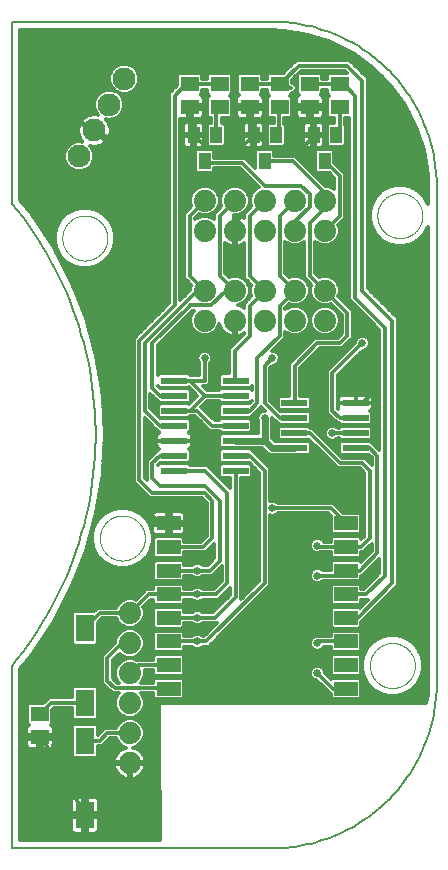
<source format=gtl>
G75*
%MOIN*%
%OFA0B0*%
%FSLAX25Y25*%
%IPPOS*%
%LPD*%
%AMOC8*
5,1,8,0,0,1.08239X$1,22.5*
%
%ADD10C,0.00600*%
%ADD11C,0.00000*%
%ADD12C,0.07400*%
%ADD13R,0.05906X0.05118*%
%ADD14R,0.08661X0.02362*%
%ADD15C,0.07600*%
%ADD16R,0.07874X0.04724*%
%ADD17R,0.06299X0.09055*%
%ADD18R,0.03937X0.05512*%
%ADD19C,0.01200*%
%ADD20C,0.02578*%
%ADD21C,0.02400*%
D10*
X0044283Y0005655D02*
X0044283Y0066600D01*
X0044283Y0005655D02*
X0130869Y0005655D01*
X0132201Y0005671D01*
X0133532Y0005719D01*
X0134861Y0005800D01*
X0136189Y0005912D01*
X0137513Y0006057D01*
X0138833Y0006233D01*
X0140149Y0006442D01*
X0141459Y0006682D01*
X0142763Y0006954D01*
X0144060Y0007257D01*
X0145349Y0007591D01*
X0146630Y0007956D01*
X0147901Y0008353D01*
X0149163Y0008780D01*
X0150414Y0009237D01*
X0151654Y0009724D01*
X0152881Y0010241D01*
X0154096Y0010788D01*
X0155297Y0011364D01*
X0156484Y0011968D01*
X0157655Y0012602D01*
X0158812Y0013263D01*
X0159951Y0013952D01*
X0161074Y0014668D01*
X0162180Y0015412D01*
X0163267Y0016182D01*
X0164335Y0016977D01*
X0165383Y0017799D01*
X0166411Y0018645D01*
X0167419Y0019517D01*
X0168405Y0020412D01*
X0169370Y0021331D01*
X0170311Y0022272D01*
X0171230Y0023237D01*
X0172125Y0024223D01*
X0172997Y0025231D01*
X0173843Y0026259D01*
X0174665Y0027307D01*
X0175460Y0028375D01*
X0176230Y0029462D01*
X0176974Y0030568D01*
X0177690Y0031691D01*
X0178379Y0032830D01*
X0179040Y0033987D01*
X0179674Y0035158D01*
X0180278Y0036345D01*
X0180854Y0037546D01*
X0181401Y0038761D01*
X0181918Y0039988D01*
X0182405Y0041228D01*
X0182862Y0042479D01*
X0183289Y0043741D01*
X0183686Y0045012D01*
X0184051Y0046293D01*
X0184385Y0047582D01*
X0184688Y0048879D01*
X0184960Y0050183D01*
X0185200Y0051493D01*
X0185409Y0052809D01*
X0185585Y0054129D01*
X0185730Y0055453D01*
X0185842Y0056781D01*
X0185923Y0058110D01*
X0185971Y0059441D01*
X0185987Y0060773D01*
X0185987Y0226128D01*
X0185971Y0227460D01*
X0185923Y0228791D01*
X0185842Y0230120D01*
X0185730Y0231448D01*
X0185585Y0232772D01*
X0185409Y0234092D01*
X0185200Y0235408D01*
X0184960Y0236718D01*
X0184688Y0238022D01*
X0184385Y0239319D01*
X0184051Y0240608D01*
X0183686Y0241889D01*
X0183289Y0243160D01*
X0182862Y0244422D01*
X0182405Y0245673D01*
X0181918Y0246913D01*
X0181401Y0248140D01*
X0180854Y0249355D01*
X0180278Y0250556D01*
X0179674Y0251743D01*
X0179040Y0252914D01*
X0178379Y0254071D01*
X0177690Y0255210D01*
X0176974Y0256333D01*
X0176230Y0257439D01*
X0175460Y0258526D01*
X0174665Y0259594D01*
X0173843Y0260642D01*
X0172997Y0261670D01*
X0172125Y0262678D01*
X0171230Y0263664D01*
X0170311Y0264629D01*
X0169370Y0265570D01*
X0168405Y0266489D01*
X0167419Y0267384D01*
X0166411Y0268256D01*
X0165383Y0269102D01*
X0164335Y0269924D01*
X0163267Y0270719D01*
X0162180Y0271489D01*
X0161074Y0272233D01*
X0159951Y0272949D01*
X0158812Y0273638D01*
X0157655Y0274299D01*
X0156484Y0274933D01*
X0155297Y0275537D01*
X0154096Y0276113D01*
X0152881Y0276660D01*
X0151654Y0277177D01*
X0150414Y0277664D01*
X0149163Y0278121D01*
X0147901Y0278548D01*
X0146630Y0278945D01*
X0145349Y0279310D01*
X0144060Y0279644D01*
X0142763Y0279947D01*
X0141459Y0280219D01*
X0140149Y0280459D01*
X0138833Y0280668D01*
X0137513Y0280844D01*
X0136189Y0280989D01*
X0134861Y0281101D01*
X0133532Y0281182D01*
X0132201Y0281230D01*
X0130869Y0281246D01*
X0044283Y0281246D01*
X0044283Y0220606D01*
X0046142Y0218335D01*
X0047944Y0216019D01*
X0049689Y0213660D01*
X0051376Y0211259D01*
X0053004Y0208817D01*
X0054571Y0206336D01*
X0056077Y0203818D01*
X0057520Y0201263D01*
X0058901Y0198674D01*
X0060218Y0196052D01*
X0061471Y0193398D01*
X0062657Y0190714D01*
X0063778Y0188002D01*
X0064832Y0185264D01*
X0065819Y0182500D01*
X0066738Y0179713D01*
X0067588Y0176905D01*
X0068369Y0174076D01*
X0069081Y0171230D01*
X0069723Y0168366D01*
X0070294Y0165488D01*
X0070795Y0162597D01*
X0071224Y0159694D01*
X0071583Y0156781D01*
X0071870Y0153861D01*
X0072085Y0150935D01*
X0072229Y0148004D01*
X0072301Y0145070D01*
X0072301Y0142136D01*
X0072229Y0139202D01*
X0072085Y0136271D01*
X0071870Y0133345D01*
X0071583Y0130425D01*
X0071224Y0127512D01*
X0070795Y0124609D01*
X0070294Y0121718D01*
X0069723Y0118840D01*
X0069081Y0115976D01*
X0068369Y0113130D01*
X0067588Y0110301D01*
X0066738Y0107493D01*
X0065819Y0104706D01*
X0064832Y0101942D01*
X0063778Y0099204D01*
X0062657Y0096492D01*
X0061471Y0093808D01*
X0060218Y0091154D01*
X0058901Y0088532D01*
X0057520Y0085943D01*
X0056077Y0083388D01*
X0054571Y0080870D01*
X0053004Y0078389D01*
X0051376Y0075947D01*
X0049689Y0073546D01*
X0047944Y0071187D01*
X0046142Y0068871D01*
X0044283Y0066600D01*
D11*
X0073704Y0109100D02*
X0073706Y0109284D01*
X0073713Y0109468D01*
X0073724Y0109652D01*
X0073740Y0109835D01*
X0073760Y0110018D01*
X0073785Y0110200D01*
X0073814Y0110382D01*
X0073848Y0110563D01*
X0073886Y0110743D01*
X0073929Y0110922D01*
X0073976Y0111100D01*
X0074027Y0111277D01*
X0074083Y0111453D01*
X0074142Y0111627D01*
X0074207Y0111799D01*
X0074275Y0111970D01*
X0074347Y0112139D01*
X0074424Y0112307D01*
X0074505Y0112472D01*
X0074590Y0112635D01*
X0074678Y0112797D01*
X0074771Y0112956D01*
X0074868Y0113112D01*
X0074968Y0113267D01*
X0075072Y0113419D01*
X0075180Y0113568D01*
X0075291Y0113714D01*
X0075406Y0113858D01*
X0075525Y0113999D01*
X0075647Y0114137D01*
X0075772Y0114272D01*
X0075901Y0114403D01*
X0076032Y0114532D01*
X0076167Y0114657D01*
X0076305Y0114779D01*
X0076446Y0114898D01*
X0076590Y0115013D01*
X0076736Y0115124D01*
X0076885Y0115232D01*
X0077037Y0115336D01*
X0077192Y0115436D01*
X0077348Y0115533D01*
X0077507Y0115626D01*
X0077669Y0115714D01*
X0077832Y0115799D01*
X0077997Y0115880D01*
X0078165Y0115957D01*
X0078334Y0116029D01*
X0078505Y0116097D01*
X0078677Y0116162D01*
X0078851Y0116221D01*
X0079027Y0116277D01*
X0079204Y0116328D01*
X0079382Y0116375D01*
X0079561Y0116418D01*
X0079741Y0116456D01*
X0079922Y0116490D01*
X0080104Y0116519D01*
X0080286Y0116544D01*
X0080469Y0116564D01*
X0080652Y0116580D01*
X0080836Y0116591D01*
X0081020Y0116598D01*
X0081204Y0116600D01*
X0081388Y0116598D01*
X0081572Y0116591D01*
X0081756Y0116580D01*
X0081939Y0116564D01*
X0082122Y0116544D01*
X0082304Y0116519D01*
X0082486Y0116490D01*
X0082667Y0116456D01*
X0082847Y0116418D01*
X0083026Y0116375D01*
X0083204Y0116328D01*
X0083381Y0116277D01*
X0083557Y0116221D01*
X0083731Y0116162D01*
X0083903Y0116097D01*
X0084074Y0116029D01*
X0084243Y0115957D01*
X0084411Y0115880D01*
X0084576Y0115799D01*
X0084739Y0115714D01*
X0084901Y0115626D01*
X0085060Y0115533D01*
X0085216Y0115436D01*
X0085371Y0115336D01*
X0085523Y0115232D01*
X0085672Y0115124D01*
X0085818Y0115013D01*
X0085962Y0114898D01*
X0086103Y0114779D01*
X0086241Y0114657D01*
X0086376Y0114532D01*
X0086507Y0114403D01*
X0086636Y0114272D01*
X0086761Y0114137D01*
X0086883Y0113999D01*
X0087002Y0113858D01*
X0087117Y0113714D01*
X0087228Y0113568D01*
X0087336Y0113419D01*
X0087440Y0113267D01*
X0087540Y0113112D01*
X0087637Y0112956D01*
X0087730Y0112797D01*
X0087818Y0112635D01*
X0087903Y0112472D01*
X0087984Y0112307D01*
X0088061Y0112139D01*
X0088133Y0111970D01*
X0088201Y0111799D01*
X0088266Y0111627D01*
X0088325Y0111453D01*
X0088381Y0111277D01*
X0088432Y0111100D01*
X0088479Y0110922D01*
X0088522Y0110743D01*
X0088560Y0110563D01*
X0088594Y0110382D01*
X0088623Y0110200D01*
X0088648Y0110018D01*
X0088668Y0109835D01*
X0088684Y0109652D01*
X0088695Y0109468D01*
X0088702Y0109284D01*
X0088704Y0109100D01*
X0088702Y0108916D01*
X0088695Y0108732D01*
X0088684Y0108548D01*
X0088668Y0108365D01*
X0088648Y0108182D01*
X0088623Y0108000D01*
X0088594Y0107818D01*
X0088560Y0107637D01*
X0088522Y0107457D01*
X0088479Y0107278D01*
X0088432Y0107100D01*
X0088381Y0106923D01*
X0088325Y0106747D01*
X0088266Y0106573D01*
X0088201Y0106401D01*
X0088133Y0106230D01*
X0088061Y0106061D01*
X0087984Y0105893D01*
X0087903Y0105728D01*
X0087818Y0105565D01*
X0087730Y0105403D01*
X0087637Y0105244D01*
X0087540Y0105088D01*
X0087440Y0104933D01*
X0087336Y0104781D01*
X0087228Y0104632D01*
X0087117Y0104486D01*
X0087002Y0104342D01*
X0086883Y0104201D01*
X0086761Y0104063D01*
X0086636Y0103928D01*
X0086507Y0103797D01*
X0086376Y0103668D01*
X0086241Y0103543D01*
X0086103Y0103421D01*
X0085962Y0103302D01*
X0085818Y0103187D01*
X0085672Y0103076D01*
X0085523Y0102968D01*
X0085371Y0102864D01*
X0085216Y0102764D01*
X0085060Y0102667D01*
X0084901Y0102574D01*
X0084739Y0102486D01*
X0084576Y0102401D01*
X0084411Y0102320D01*
X0084243Y0102243D01*
X0084074Y0102171D01*
X0083903Y0102103D01*
X0083731Y0102038D01*
X0083557Y0101979D01*
X0083381Y0101923D01*
X0083204Y0101872D01*
X0083026Y0101825D01*
X0082847Y0101782D01*
X0082667Y0101744D01*
X0082486Y0101710D01*
X0082304Y0101681D01*
X0082122Y0101656D01*
X0081939Y0101636D01*
X0081756Y0101620D01*
X0081572Y0101609D01*
X0081388Y0101602D01*
X0081204Y0101600D01*
X0081020Y0101602D01*
X0080836Y0101609D01*
X0080652Y0101620D01*
X0080469Y0101636D01*
X0080286Y0101656D01*
X0080104Y0101681D01*
X0079922Y0101710D01*
X0079741Y0101744D01*
X0079561Y0101782D01*
X0079382Y0101825D01*
X0079204Y0101872D01*
X0079027Y0101923D01*
X0078851Y0101979D01*
X0078677Y0102038D01*
X0078505Y0102103D01*
X0078334Y0102171D01*
X0078165Y0102243D01*
X0077997Y0102320D01*
X0077832Y0102401D01*
X0077669Y0102486D01*
X0077507Y0102574D01*
X0077348Y0102667D01*
X0077192Y0102764D01*
X0077037Y0102864D01*
X0076885Y0102968D01*
X0076736Y0103076D01*
X0076590Y0103187D01*
X0076446Y0103302D01*
X0076305Y0103421D01*
X0076167Y0103543D01*
X0076032Y0103668D01*
X0075901Y0103797D01*
X0075772Y0103928D01*
X0075647Y0104063D01*
X0075525Y0104201D01*
X0075406Y0104342D01*
X0075291Y0104486D01*
X0075180Y0104632D01*
X0075072Y0104781D01*
X0074968Y0104933D01*
X0074868Y0105088D01*
X0074771Y0105244D01*
X0074678Y0105403D01*
X0074590Y0105565D01*
X0074505Y0105728D01*
X0074424Y0105893D01*
X0074347Y0106061D01*
X0074275Y0106230D01*
X0074207Y0106401D01*
X0074142Y0106573D01*
X0074083Y0106747D01*
X0074027Y0106923D01*
X0073976Y0107100D01*
X0073929Y0107278D01*
X0073886Y0107457D01*
X0073848Y0107637D01*
X0073814Y0107818D01*
X0073785Y0108000D01*
X0073760Y0108182D01*
X0073740Y0108365D01*
X0073724Y0108548D01*
X0073713Y0108732D01*
X0073706Y0108916D01*
X0073704Y0109100D01*
X0061204Y0209100D02*
X0061206Y0209284D01*
X0061213Y0209468D01*
X0061224Y0209652D01*
X0061240Y0209835D01*
X0061260Y0210018D01*
X0061285Y0210200D01*
X0061314Y0210382D01*
X0061348Y0210563D01*
X0061386Y0210743D01*
X0061429Y0210922D01*
X0061476Y0211100D01*
X0061527Y0211277D01*
X0061583Y0211453D01*
X0061642Y0211627D01*
X0061707Y0211799D01*
X0061775Y0211970D01*
X0061847Y0212139D01*
X0061924Y0212307D01*
X0062005Y0212472D01*
X0062090Y0212635D01*
X0062178Y0212797D01*
X0062271Y0212956D01*
X0062368Y0213112D01*
X0062468Y0213267D01*
X0062572Y0213419D01*
X0062680Y0213568D01*
X0062791Y0213714D01*
X0062906Y0213858D01*
X0063025Y0213999D01*
X0063147Y0214137D01*
X0063272Y0214272D01*
X0063401Y0214403D01*
X0063532Y0214532D01*
X0063667Y0214657D01*
X0063805Y0214779D01*
X0063946Y0214898D01*
X0064090Y0215013D01*
X0064236Y0215124D01*
X0064385Y0215232D01*
X0064537Y0215336D01*
X0064692Y0215436D01*
X0064848Y0215533D01*
X0065007Y0215626D01*
X0065169Y0215714D01*
X0065332Y0215799D01*
X0065497Y0215880D01*
X0065665Y0215957D01*
X0065834Y0216029D01*
X0066005Y0216097D01*
X0066177Y0216162D01*
X0066351Y0216221D01*
X0066527Y0216277D01*
X0066704Y0216328D01*
X0066882Y0216375D01*
X0067061Y0216418D01*
X0067241Y0216456D01*
X0067422Y0216490D01*
X0067604Y0216519D01*
X0067786Y0216544D01*
X0067969Y0216564D01*
X0068152Y0216580D01*
X0068336Y0216591D01*
X0068520Y0216598D01*
X0068704Y0216600D01*
X0068888Y0216598D01*
X0069072Y0216591D01*
X0069256Y0216580D01*
X0069439Y0216564D01*
X0069622Y0216544D01*
X0069804Y0216519D01*
X0069986Y0216490D01*
X0070167Y0216456D01*
X0070347Y0216418D01*
X0070526Y0216375D01*
X0070704Y0216328D01*
X0070881Y0216277D01*
X0071057Y0216221D01*
X0071231Y0216162D01*
X0071403Y0216097D01*
X0071574Y0216029D01*
X0071743Y0215957D01*
X0071911Y0215880D01*
X0072076Y0215799D01*
X0072239Y0215714D01*
X0072401Y0215626D01*
X0072560Y0215533D01*
X0072716Y0215436D01*
X0072871Y0215336D01*
X0073023Y0215232D01*
X0073172Y0215124D01*
X0073318Y0215013D01*
X0073462Y0214898D01*
X0073603Y0214779D01*
X0073741Y0214657D01*
X0073876Y0214532D01*
X0074007Y0214403D01*
X0074136Y0214272D01*
X0074261Y0214137D01*
X0074383Y0213999D01*
X0074502Y0213858D01*
X0074617Y0213714D01*
X0074728Y0213568D01*
X0074836Y0213419D01*
X0074940Y0213267D01*
X0075040Y0213112D01*
X0075137Y0212956D01*
X0075230Y0212797D01*
X0075318Y0212635D01*
X0075403Y0212472D01*
X0075484Y0212307D01*
X0075561Y0212139D01*
X0075633Y0211970D01*
X0075701Y0211799D01*
X0075766Y0211627D01*
X0075825Y0211453D01*
X0075881Y0211277D01*
X0075932Y0211100D01*
X0075979Y0210922D01*
X0076022Y0210743D01*
X0076060Y0210563D01*
X0076094Y0210382D01*
X0076123Y0210200D01*
X0076148Y0210018D01*
X0076168Y0209835D01*
X0076184Y0209652D01*
X0076195Y0209468D01*
X0076202Y0209284D01*
X0076204Y0209100D01*
X0076202Y0208916D01*
X0076195Y0208732D01*
X0076184Y0208548D01*
X0076168Y0208365D01*
X0076148Y0208182D01*
X0076123Y0208000D01*
X0076094Y0207818D01*
X0076060Y0207637D01*
X0076022Y0207457D01*
X0075979Y0207278D01*
X0075932Y0207100D01*
X0075881Y0206923D01*
X0075825Y0206747D01*
X0075766Y0206573D01*
X0075701Y0206401D01*
X0075633Y0206230D01*
X0075561Y0206061D01*
X0075484Y0205893D01*
X0075403Y0205728D01*
X0075318Y0205565D01*
X0075230Y0205403D01*
X0075137Y0205244D01*
X0075040Y0205088D01*
X0074940Y0204933D01*
X0074836Y0204781D01*
X0074728Y0204632D01*
X0074617Y0204486D01*
X0074502Y0204342D01*
X0074383Y0204201D01*
X0074261Y0204063D01*
X0074136Y0203928D01*
X0074007Y0203797D01*
X0073876Y0203668D01*
X0073741Y0203543D01*
X0073603Y0203421D01*
X0073462Y0203302D01*
X0073318Y0203187D01*
X0073172Y0203076D01*
X0073023Y0202968D01*
X0072871Y0202864D01*
X0072716Y0202764D01*
X0072560Y0202667D01*
X0072401Y0202574D01*
X0072239Y0202486D01*
X0072076Y0202401D01*
X0071911Y0202320D01*
X0071743Y0202243D01*
X0071574Y0202171D01*
X0071403Y0202103D01*
X0071231Y0202038D01*
X0071057Y0201979D01*
X0070881Y0201923D01*
X0070704Y0201872D01*
X0070526Y0201825D01*
X0070347Y0201782D01*
X0070167Y0201744D01*
X0069986Y0201710D01*
X0069804Y0201681D01*
X0069622Y0201656D01*
X0069439Y0201636D01*
X0069256Y0201620D01*
X0069072Y0201609D01*
X0068888Y0201602D01*
X0068704Y0201600D01*
X0068520Y0201602D01*
X0068336Y0201609D01*
X0068152Y0201620D01*
X0067969Y0201636D01*
X0067786Y0201656D01*
X0067604Y0201681D01*
X0067422Y0201710D01*
X0067241Y0201744D01*
X0067061Y0201782D01*
X0066882Y0201825D01*
X0066704Y0201872D01*
X0066527Y0201923D01*
X0066351Y0201979D01*
X0066177Y0202038D01*
X0066005Y0202103D01*
X0065834Y0202171D01*
X0065665Y0202243D01*
X0065497Y0202320D01*
X0065332Y0202401D01*
X0065169Y0202486D01*
X0065007Y0202574D01*
X0064848Y0202667D01*
X0064692Y0202764D01*
X0064537Y0202864D01*
X0064385Y0202968D01*
X0064236Y0203076D01*
X0064090Y0203187D01*
X0063946Y0203302D01*
X0063805Y0203421D01*
X0063667Y0203543D01*
X0063532Y0203668D01*
X0063401Y0203797D01*
X0063272Y0203928D01*
X0063147Y0204063D01*
X0063025Y0204201D01*
X0062906Y0204342D01*
X0062791Y0204486D01*
X0062680Y0204632D01*
X0062572Y0204781D01*
X0062468Y0204933D01*
X0062368Y0205088D01*
X0062271Y0205244D01*
X0062178Y0205403D01*
X0062090Y0205565D01*
X0062005Y0205728D01*
X0061924Y0205893D01*
X0061847Y0206061D01*
X0061775Y0206230D01*
X0061707Y0206401D01*
X0061642Y0206573D01*
X0061583Y0206747D01*
X0061527Y0206923D01*
X0061476Y0207100D01*
X0061429Y0207278D01*
X0061386Y0207457D01*
X0061348Y0207637D01*
X0061314Y0207818D01*
X0061285Y0208000D01*
X0061260Y0208182D01*
X0061240Y0208365D01*
X0061224Y0208548D01*
X0061213Y0208732D01*
X0061206Y0208916D01*
X0061204Y0209100D01*
X0163704Y0066600D02*
X0163706Y0066784D01*
X0163713Y0066968D01*
X0163724Y0067152D01*
X0163740Y0067335D01*
X0163760Y0067518D01*
X0163785Y0067700D01*
X0163814Y0067882D01*
X0163848Y0068063D01*
X0163886Y0068243D01*
X0163929Y0068422D01*
X0163976Y0068600D01*
X0164027Y0068777D01*
X0164083Y0068953D01*
X0164142Y0069127D01*
X0164207Y0069299D01*
X0164275Y0069470D01*
X0164347Y0069639D01*
X0164424Y0069807D01*
X0164505Y0069972D01*
X0164590Y0070135D01*
X0164678Y0070297D01*
X0164771Y0070456D01*
X0164868Y0070612D01*
X0164968Y0070767D01*
X0165072Y0070919D01*
X0165180Y0071068D01*
X0165291Y0071214D01*
X0165406Y0071358D01*
X0165525Y0071499D01*
X0165647Y0071637D01*
X0165772Y0071772D01*
X0165901Y0071903D01*
X0166032Y0072032D01*
X0166167Y0072157D01*
X0166305Y0072279D01*
X0166446Y0072398D01*
X0166590Y0072513D01*
X0166736Y0072624D01*
X0166885Y0072732D01*
X0167037Y0072836D01*
X0167192Y0072936D01*
X0167348Y0073033D01*
X0167507Y0073126D01*
X0167669Y0073214D01*
X0167832Y0073299D01*
X0167997Y0073380D01*
X0168165Y0073457D01*
X0168334Y0073529D01*
X0168505Y0073597D01*
X0168677Y0073662D01*
X0168851Y0073721D01*
X0169027Y0073777D01*
X0169204Y0073828D01*
X0169382Y0073875D01*
X0169561Y0073918D01*
X0169741Y0073956D01*
X0169922Y0073990D01*
X0170104Y0074019D01*
X0170286Y0074044D01*
X0170469Y0074064D01*
X0170652Y0074080D01*
X0170836Y0074091D01*
X0171020Y0074098D01*
X0171204Y0074100D01*
X0171388Y0074098D01*
X0171572Y0074091D01*
X0171756Y0074080D01*
X0171939Y0074064D01*
X0172122Y0074044D01*
X0172304Y0074019D01*
X0172486Y0073990D01*
X0172667Y0073956D01*
X0172847Y0073918D01*
X0173026Y0073875D01*
X0173204Y0073828D01*
X0173381Y0073777D01*
X0173557Y0073721D01*
X0173731Y0073662D01*
X0173903Y0073597D01*
X0174074Y0073529D01*
X0174243Y0073457D01*
X0174411Y0073380D01*
X0174576Y0073299D01*
X0174739Y0073214D01*
X0174901Y0073126D01*
X0175060Y0073033D01*
X0175216Y0072936D01*
X0175371Y0072836D01*
X0175523Y0072732D01*
X0175672Y0072624D01*
X0175818Y0072513D01*
X0175962Y0072398D01*
X0176103Y0072279D01*
X0176241Y0072157D01*
X0176376Y0072032D01*
X0176507Y0071903D01*
X0176636Y0071772D01*
X0176761Y0071637D01*
X0176883Y0071499D01*
X0177002Y0071358D01*
X0177117Y0071214D01*
X0177228Y0071068D01*
X0177336Y0070919D01*
X0177440Y0070767D01*
X0177540Y0070612D01*
X0177637Y0070456D01*
X0177730Y0070297D01*
X0177818Y0070135D01*
X0177903Y0069972D01*
X0177984Y0069807D01*
X0178061Y0069639D01*
X0178133Y0069470D01*
X0178201Y0069299D01*
X0178266Y0069127D01*
X0178325Y0068953D01*
X0178381Y0068777D01*
X0178432Y0068600D01*
X0178479Y0068422D01*
X0178522Y0068243D01*
X0178560Y0068063D01*
X0178594Y0067882D01*
X0178623Y0067700D01*
X0178648Y0067518D01*
X0178668Y0067335D01*
X0178684Y0067152D01*
X0178695Y0066968D01*
X0178702Y0066784D01*
X0178704Y0066600D01*
X0178702Y0066416D01*
X0178695Y0066232D01*
X0178684Y0066048D01*
X0178668Y0065865D01*
X0178648Y0065682D01*
X0178623Y0065500D01*
X0178594Y0065318D01*
X0178560Y0065137D01*
X0178522Y0064957D01*
X0178479Y0064778D01*
X0178432Y0064600D01*
X0178381Y0064423D01*
X0178325Y0064247D01*
X0178266Y0064073D01*
X0178201Y0063901D01*
X0178133Y0063730D01*
X0178061Y0063561D01*
X0177984Y0063393D01*
X0177903Y0063228D01*
X0177818Y0063065D01*
X0177730Y0062903D01*
X0177637Y0062744D01*
X0177540Y0062588D01*
X0177440Y0062433D01*
X0177336Y0062281D01*
X0177228Y0062132D01*
X0177117Y0061986D01*
X0177002Y0061842D01*
X0176883Y0061701D01*
X0176761Y0061563D01*
X0176636Y0061428D01*
X0176507Y0061297D01*
X0176376Y0061168D01*
X0176241Y0061043D01*
X0176103Y0060921D01*
X0175962Y0060802D01*
X0175818Y0060687D01*
X0175672Y0060576D01*
X0175523Y0060468D01*
X0175371Y0060364D01*
X0175216Y0060264D01*
X0175060Y0060167D01*
X0174901Y0060074D01*
X0174739Y0059986D01*
X0174576Y0059901D01*
X0174411Y0059820D01*
X0174243Y0059743D01*
X0174074Y0059671D01*
X0173903Y0059603D01*
X0173731Y0059538D01*
X0173557Y0059479D01*
X0173381Y0059423D01*
X0173204Y0059372D01*
X0173026Y0059325D01*
X0172847Y0059282D01*
X0172667Y0059244D01*
X0172486Y0059210D01*
X0172304Y0059181D01*
X0172122Y0059156D01*
X0171939Y0059136D01*
X0171756Y0059120D01*
X0171572Y0059109D01*
X0171388Y0059102D01*
X0171204Y0059100D01*
X0171020Y0059102D01*
X0170836Y0059109D01*
X0170652Y0059120D01*
X0170469Y0059136D01*
X0170286Y0059156D01*
X0170104Y0059181D01*
X0169922Y0059210D01*
X0169741Y0059244D01*
X0169561Y0059282D01*
X0169382Y0059325D01*
X0169204Y0059372D01*
X0169027Y0059423D01*
X0168851Y0059479D01*
X0168677Y0059538D01*
X0168505Y0059603D01*
X0168334Y0059671D01*
X0168165Y0059743D01*
X0167997Y0059820D01*
X0167832Y0059901D01*
X0167669Y0059986D01*
X0167507Y0060074D01*
X0167348Y0060167D01*
X0167192Y0060264D01*
X0167037Y0060364D01*
X0166885Y0060468D01*
X0166736Y0060576D01*
X0166590Y0060687D01*
X0166446Y0060802D01*
X0166305Y0060921D01*
X0166167Y0061043D01*
X0166032Y0061168D01*
X0165901Y0061297D01*
X0165772Y0061428D01*
X0165647Y0061563D01*
X0165525Y0061701D01*
X0165406Y0061842D01*
X0165291Y0061986D01*
X0165180Y0062132D01*
X0165072Y0062281D01*
X0164968Y0062433D01*
X0164868Y0062588D01*
X0164771Y0062744D01*
X0164678Y0062903D01*
X0164590Y0063065D01*
X0164505Y0063228D01*
X0164424Y0063393D01*
X0164347Y0063561D01*
X0164275Y0063730D01*
X0164207Y0063901D01*
X0164142Y0064073D01*
X0164083Y0064247D01*
X0164027Y0064423D01*
X0163976Y0064600D01*
X0163929Y0064778D01*
X0163886Y0064957D01*
X0163848Y0065137D01*
X0163814Y0065318D01*
X0163785Y0065500D01*
X0163760Y0065682D01*
X0163740Y0065865D01*
X0163724Y0066048D01*
X0163713Y0066232D01*
X0163706Y0066416D01*
X0163704Y0066600D01*
X0166204Y0216600D02*
X0166206Y0216784D01*
X0166213Y0216968D01*
X0166224Y0217152D01*
X0166240Y0217335D01*
X0166260Y0217518D01*
X0166285Y0217700D01*
X0166314Y0217882D01*
X0166348Y0218063D01*
X0166386Y0218243D01*
X0166429Y0218422D01*
X0166476Y0218600D01*
X0166527Y0218777D01*
X0166583Y0218953D01*
X0166642Y0219127D01*
X0166707Y0219299D01*
X0166775Y0219470D01*
X0166847Y0219639D01*
X0166924Y0219807D01*
X0167005Y0219972D01*
X0167090Y0220135D01*
X0167178Y0220297D01*
X0167271Y0220456D01*
X0167368Y0220612D01*
X0167468Y0220767D01*
X0167572Y0220919D01*
X0167680Y0221068D01*
X0167791Y0221214D01*
X0167906Y0221358D01*
X0168025Y0221499D01*
X0168147Y0221637D01*
X0168272Y0221772D01*
X0168401Y0221903D01*
X0168532Y0222032D01*
X0168667Y0222157D01*
X0168805Y0222279D01*
X0168946Y0222398D01*
X0169090Y0222513D01*
X0169236Y0222624D01*
X0169385Y0222732D01*
X0169537Y0222836D01*
X0169692Y0222936D01*
X0169848Y0223033D01*
X0170007Y0223126D01*
X0170169Y0223214D01*
X0170332Y0223299D01*
X0170497Y0223380D01*
X0170665Y0223457D01*
X0170834Y0223529D01*
X0171005Y0223597D01*
X0171177Y0223662D01*
X0171351Y0223721D01*
X0171527Y0223777D01*
X0171704Y0223828D01*
X0171882Y0223875D01*
X0172061Y0223918D01*
X0172241Y0223956D01*
X0172422Y0223990D01*
X0172604Y0224019D01*
X0172786Y0224044D01*
X0172969Y0224064D01*
X0173152Y0224080D01*
X0173336Y0224091D01*
X0173520Y0224098D01*
X0173704Y0224100D01*
X0173888Y0224098D01*
X0174072Y0224091D01*
X0174256Y0224080D01*
X0174439Y0224064D01*
X0174622Y0224044D01*
X0174804Y0224019D01*
X0174986Y0223990D01*
X0175167Y0223956D01*
X0175347Y0223918D01*
X0175526Y0223875D01*
X0175704Y0223828D01*
X0175881Y0223777D01*
X0176057Y0223721D01*
X0176231Y0223662D01*
X0176403Y0223597D01*
X0176574Y0223529D01*
X0176743Y0223457D01*
X0176911Y0223380D01*
X0177076Y0223299D01*
X0177239Y0223214D01*
X0177401Y0223126D01*
X0177560Y0223033D01*
X0177716Y0222936D01*
X0177871Y0222836D01*
X0178023Y0222732D01*
X0178172Y0222624D01*
X0178318Y0222513D01*
X0178462Y0222398D01*
X0178603Y0222279D01*
X0178741Y0222157D01*
X0178876Y0222032D01*
X0179007Y0221903D01*
X0179136Y0221772D01*
X0179261Y0221637D01*
X0179383Y0221499D01*
X0179502Y0221358D01*
X0179617Y0221214D01*
X0179728Y0221068D01*
X0179836Y0220919D01*
X0179940Y0220767D01*
X0180040Y0220612D01*
X0180137Y0220456D01*
X0180230Y0220297D01*
X0180318Y0220135D01*
X0180403Y0219972D01*
X0180484Y0219807D01*
X0180561Y0219639D01*
X0180633Y0219470D01*
X0180701Y0219299D01*
X0180766Y0219127D01*
X0180825Y0218953D01*
X0180881Y0218777D01*
X0180932Y0218600D01*
X0180979Y0218422D01*
X0181022Y0218243D01*
X0181060Y0218063D01*
X0181094Y0217882D01*
X0181123Y0217700D01*
X0181148Y0217518D01*
X0181168Y0217335D01*
X0181184Y0217152D01*
X0181195Y0216968D01*
X0181202Y0216784D01*
X0181204Y0216600D01*
X0181202Y0216416D01*
X0181195Y0216232D01*
X0181184Y0216048D01*
X0181168Y0215865D01*
X0181148Y0215682D01*
X0181123Y0215500D01*
X0181094Y0215318D01*
X0181060Y0215137D01*
X0181022Y0214957D01*
X0180979Y0214778D01*
X0180932Y0214600D01*
X0180881Y0214423D01*
X0180825Y0214247D01*
X0180766Y0214073D01*
X0180701Y0213901D01*
X0180633Y0213730D01*
X0180561Y0213561D01*
X0180484Y0213393D01*
X0180403Y0213228D01*
X0180318Y0213065D01*
X0180230Y0212903D01*
X0180137Y0212744D01*
X0180040Y0212588D01*
X0179940Y0212433D01*
X0179836Y0212281D01*
X0179728Y0212132D01*
X0179617Y0211986D01*
X0179502Y0211842D01*
X0179383Y0211701D01*
X0179261Y0211563D01*
X0179136Y0211428D01*
X0179007Y0211297D01*
X0178876Y0211168D01*
X0178741Y0211043D01*
X0178603Y0210921D01*
X0178462Y0210802D01*
X0178318Y0210687D01*
X0178172Y0210576D01*
X0178023Y0210468D01*
X0177871Y0210364D01*
X0177716Y0210264D01*
X0177560Y0210167D01*
X0177401Y0210074D01*
X0177239Y0209986D01*
X0177076Y0209901D01*
X0176911Y0209820D01*
X0176743Y0209743D01*
X0176574Y0209671D01*
X0176403Y0209603D01*
X0176231Y0209538D01*
X0176057Y0209479D01*
X0175881Y0209423D01*
X0175704Y0209372D01*
X0175526Y0209325D01*
X0175347Y0209282D01*
X0175167Y0209244D01*
X0174986Y0209210D01*
X0174804Y0209181D01*
X0174622Y0209156D01*
X0174439Y0209136D01*
X0174256Y0209120D01*
X0174072Y0209109D01*
X0173888Y0209102D01*
X0173704Y0209100D01*
X0173520Y0209102D01*
X0173336Y0209109D01*
X0173152Y0209120D01*
X0172969Y0209136D01*
X0172786Y0209156D01*
X0172604Y0209181D01*
X0172422Y0209210D01*
X0172241Y0209244D01*
X0172061Y0209282D01*
X0171882Y0209325D01*
X0171704Y0209372D01*
X0171527Y0209423D01*
X0171351Y0209479D01*
X0171177Y0209538D01*
X0171005Y0209603D01*
X0170834Y0209671D01*
X0170665Y0209743D01*
X0170497Y0209820D01*
X0170332Y0209901D01*
X0170169Y0209986D01*
X0170007Y0210074D01*
X0169848Y0210167D01*
X0169692Y0210264D01*
X0169537Y0210364D01*
X0169385Y0210468D01*
X0169236Y0210576D01*
X0169090Y0210687D01*
X0168946Y0210802D01*
X0168805Y0210921D01*
X0168667Y0211043D01*
X0168532Y0211168D01*
X0168401Y0211297D01*
X0168272Y0211428D01*
X0168147Y0211563D01*
X0168025Y0211701D01*
X0167906Y0211842D01*
X0167791Y0211986D01*
X0167680Y0212132D01*
X0167572Y0212281D01*
X0167468Y0212433D01*
X0167368Y0212588D01*
X0167271Y0212744D01*
X0167178Y0212903D01*
X0167090Y0213065D01*
X0167005Y0213228D01*
X0166924Y0213393D01*
X0166847Y0213561D01*
X0166775Y0213730D01*
X0166707Y0213901D01*
X0166642Y0214073D01*
X0166583Y0214247D01*
X0166527Y0214423D01*
X0166476Y0214600D01*
X0166429Y0214778D01*
X0166386Y0214957D01*
X0166348Y0215137D01*
X0166314Y0215318D01*
X0166285Y0215500D01*
X0166260Y0215682D01*
X0166240Y0215865D01*
X0166224Y0216048D01*
X0166213Y0216232D01*
X0166206Y0216416D01*
X0166204Y0216600D01*
D12*
X0148704Y0211600D03*
X0148704Y0221600D03*
X0138704Y0221600D03*
X0138704Y0211600D03*
X0128704Y0211600D03*
X0128704Y0221600D03*
X0118704Y0221600D03*
X0118704Y0211600D03*
X0108704Y0211600D03*
X0108704Y0221600D03*
X0108704Y0191600D03*
X0108704Y0181600D03*
X0118704Y0181600D03*
X0118704Y0191600D03*
X0128704Y0191600D03*
X0128704Y0181600D03*
X0138704Y0181600D03*
X0138704Y0191600D03*
X0148704Y0191600D03*
X0148704Y0181600D03*
X0083704Y0084100D03*
X0083704Y0074100D03*
X0083704Y0064100D03*
X0083704Y0054100D03*
X0083704Y0044100D03*
X0083704Y0034100D03*
D13*
X0053704Y0042860D03*
X0053704Y0050340D03*
X0103704Y0252860D03*
X0103704Y0260340D03*
X0113704Y0260340D03*
X0113704Y0252860D03*
X0123704Y0252860D03*
X0123704Y0260340D03*
X0133704Y0260340D03*
X0133704Y0252860D03*
X0143704Y0252860D03*
X0143704Y0260340D03*
X0153704Y0260340D03*
X0153704Y0252860D03*
D14*
X0118940Y0161600D03*
X0118940Y0156600D03*
X0118940Y0151600D03*
X0118940Y0146600D03*
X0118940Y0141600D03*
X0118940Y0136600D03*
X0118940Y0131600D03*
X0138468Y0139100D03*
X0138468Y0144100D03*
X0138468Y0149100D03*
X0138468Y0154100D03*
X0158940Y0154100D03*
X0158940Y0149100D03*
X0158940Y0144100D03*
X0158940Y0139100D03*
X0098468Y0136600D03*
X0098468Y0131600D03*
X0098468Y0141600D03*
X0098468Y0146600D03*
X0098468Y0151600D03*
X0098468Y0156600D03*
X0098468Y0161600D03*
D15*
X0066874Y0236289D03*
X0071874Y0244949D03*
X0076874Y0253610D03*
X0081874Y0262270D03*
D16*
X0096676Y0114002D03*
X0096676Y0106128D03*
X0096676Y0098254D03*
X0096676Y0090380D03*
X0096676Y0082506D03*
X0096676Y0074631D03*
X0096676Y0066757D03*
X0096676Y0058883D03*
X0155732Y0058883D03*
X0155732Y0066757D03*
X0155732Y0074631D03*
X0155732Y0082506D03*
X0155732Y0090380D03*
X0155732Y0098254D03*
X0155732Y0106128D03*
X0155732Y0114002D03*
D17*
X0068704Y0079002D03*
X0068704Y0054198D03*
X0068704Y0041502D03*
X0068704Y0016698D03*
D18*
X0108704Y0234769D03*
X0104964Y0243431D03*
X0112444Y0243431D03*
X0124964Y0243431D03*
X0128704Y0234769D03*
X0132444Y0243431D03*
X0144964Y0243431D03*
X0148704Y0234769D03*
X0152444Y0243431D03*
D19*
X0153704Y0244691D01*
X0153704Y0252860D01*
X0155504Y0249101D02*
X0156904Y0249101D01*
X0156904Y0188354D01*
X0157958Y0187300D01*
X0157958Y0187300D01*
X0166904Y0178354D01*
X0166904Y0138446D01*
X0164450Y0140900D01*
X0164349Y0140900D01*
X0163768Y0141481D01*
X0154112Y0141481D01*
X0153409Y0140778D01*
X0153409Y0137422D01*
X0154112Y0136719D01*
X0163539Y0136719D01*
X0164404Y0135854D01*
X0164404Y0133446D01*
X0161950Y0135900D01*
X0154450Y0135900D01*
X0144450Y0145900D01*
X0143877Y0145900D01*
X0143296Y0146481D01*
X0133640Y0146481D01*
X0132937Y0145778D01*
X0132937Y0142422D01*
X0133640Y0141719D01*
X0143296Y0141719D01*
X0143418Y0141841D01*
X0152958Y0132300D01*
X0160458Y0132300D01*
X0161904Y0130854D01*
X0161904Y0109846D01*
X0160869Y0108810D01*
X0160869Y0108987D01*
X0160166Y0109690D01*
X0151297Y0109690D01*
X0150595Y0108987D01*
X0150595Y0107928D01*
X0148348Y0107928D01*
X0148314Y0108010D01*
X0147614Y0108710D01*
X0146699Y0109089D01*
X0145709Y0109089D01*
X0144794Y0108710D01*
X0144094Y0108010D01*
X0143715Y0107095D01*
X0143715Y0106105D01*
X0144094Y0105190D01*
X0144794Y0104490D01*
X0145709Y0104111D01*
X0146699Y0104111D01*
X0147222Y0104328D01*
X0150595Y0104328D01*
X0150595Y0103268D01*
X0151297Y0102565D01*
X0160166Y0102565D01*
X0160869Y0103268D01*
X0160869Y0104328D01*
X0161477Y0104328D01*
X0164404Y0107254D01*
X0164404Y0104846D01*
X0160770Y0101211D01*
X0160166Y0101816D01*
X0151297Y0101816D01*
X0150595Y0101113D01*
X0150595Y0098400D01*
X0147924Y0098400D01*
X0147614Y0098710D01*
X0146699Y0099089D01*
X0145709Y0099089D01*
X0144794Y0098710D01*
X0144094Y0098010D01*
X0143715Y0097095D01*
X0143715Y0096105D01*
X0144094Y0095190D01*
X0144794Y0094490D01*
X0145709Y0094111D01*
X0146699Y0094111D01*
X0147614Y0094490D01*
X0147924Y0094800D01*
X0151189Y0094800D01*
X0151297Y0094691D01*
X0160166Y0094691D01*
X0160869Y0095394D01*
X0160869Y0096454D01*
X0161103Y0096454D01*
X0166904Y0102254D01*
X0166904Y0097346D01*
X0161738Y0092180D01*
X0160869Y0092180D01*
X0160869Y0093239D01*
X0160166Y0093942D01*
X0151297Y0093942D01*
X0150595Y0093239D01*
X0150595Y0087520D01*
X0151297Y0086817D01*
X0160166Y0086817D01*
X0160869Y0087520D01*
X0160869Y0088580D01*
X0163138Y0088580D01*
X0160396Y0085837D01*
X0160166Y0086068D01*
X0151297Y0086068D01*
X0150595Y0085365D01*
X0150595Y0079646D01*
X0151297Y0078943D01*
X0160166Y0078943D01*
X0160869Y0079646D01*
X0160869Y0081219D01*
X0161409Y0081760D01*
X0171950Y0092300D01*
X0173004Y0093354D01*
X0173004Y0182346D01*
X0171950Y0183400D01*
X0163004Y0192346D01*
X0163004Y0262346D01*
X0156950Y0268400D01*
X0139218Y0268400D01*
X0138164Y0267346D01*
X0134917Y0264099D01*
X0130254Y0264099D01*
X0129551Y0263396D01*
X0129551Y0262140D01*
X0127857Y0262140D01*
X0127857Y0263396D01*
X0127154Y0264099D01*
X0120254Y0264099D01*
X0119551Y0263396D01*
X0119551Y0257284D01*
X0120002Y0256834D01*
X0119769Y0256699D01*
X0119471Y0256401D01*
X0119260Y0256036D01*
X0119151Y0255630D01*
X0119151Y0253460D01*
X0123104Y0253460D01*
X0123104Y0252260D01*
X0119151Y0252260D01*
X0119151Y0250090D01*
X0119260Y0249683D01*
X0119471Y0249318D01*
X0119769Y0249020D01*
X0120134Y0248810D01*
X0120541Y0248701D01*
X0123104Y0248701D01*
X0123104Y0252260D01*
X0124304Y0252260D01*
X0124304Y0253460D01*
X0128257Y0253460D01*
X0128257Y0255630D01*
X0128148Y0256036D01*
X0127937Y0256401D01*
X0127639Y0256699D01*
X0127406Y0256834D01*
X0127857Y0257284D01*
X0127857Y0258540D01*
X0129551Y0258540D01*
X0129551Y0257284D01*
X0130235Y0256600D01*
X0129551Y0255916D01*
X0129551Y0249804D01*
X0130254Y0249101D01*
X0131609Y0249101D01*
X0131609Y0247387D01*
X0129979Y0247387D01*
X0129276Y0246684D01*
X0129276Y0240178D01*
X0129979Y0239475D01*
X0140829Y0239475D01*
X0141204Y0239100D01*
X0144964Y0242860D01*
X0144964Y0243431D01*
X0144964Y0247840D01*
X0143704Y0249100D01*
X0143704Y0252860D01*
X0144304Y0253419D02*
X0149551Y0253419D01*
X0149551Y0254617D02*
X0148257Y0254617D01*
X0148257Y0255630D02*
X0148148Y0256036D01*
X0147937Y0256401D01*
X0147639Y0256699D01*
X0147406Y0256834D01*
X0147857Y0257284D01*
X0147857Y0258540D01*
X0149551Y0258540D01*
X0149551Y0257284D01*
X0150235Y0256600D01*
X0149551Y0255916D01*
X0149551Y0249804D01*
X0150254Y0249101D01*
X0151904Y0249101D01*
X0151904Y0247387D01*
X0149979Y0247387D01*
X0149276Y0246684D01*
X0149276Y0240178D01*
X0149979Y0239475D01*
X0154910Y0239475D01*
X0155613Y0240178D01*
X0155613Y0246684D01*
X0155504Y0246792D01*
X0155504Y0249101D01*
X0155504Y0248625D02*
X0156904Y0248625D01*
X0156904Y0247426D02*
X0155504Y0247426D01*
X0155613Y0246228D02*
X0156904Y0246228D01*
X0156904Y0245029D02*
X0155613Y0245029D01*
X0155613Y0243831D02*
X0156904Y0243831D01*
X0156904Y0242632D02*
X0155613Y0242632D01*
X0155613Y0241434D02*
X0156904Y0241434D01*
X0156904Y0240235D02*
X0155613Y0240235D01*
X0156904Y0239037D02*
X0100504Y0239037D01*
X0100504Y0240235D02*
X0101457Y0240235D01*
X0101504Y0240057D02*
X0101715Y0239692D01*
X0102013Y0239394D01*
X0102378Y0239184D01*
X0102785Y0239075D01*
X0104580Y0239075D01*
X0104580Y0243046D01*
X0105348Y0243046D01*
X0105348Y0239075D01*
X0107143Y0239075D01*
X0107550Y0239184D01*
X0107915Y0239394D01*
X0108213Y0239692D01*
X0108423Y0240057D01*
X0108532Y0240464D01*
X0108532Y0243046D01*
X0105348Y0243046D01*
X0105348Y0243815D01*
X0104580Y0243815D01*
X0104580Y0247787D01*
X0102785Y0247787D01*
X0102378Y0247678D01*
X0102013Y0247467D01*
X0101715Y0247169D01*
X0101504Y0246804D01*
X0101395Y0246397D01*
X0101395Y0243815D01*
X0104579Y0243815D01*
X0104579Y0243046D01*
X0101395Y0243046D01*
X0101395Y0240464D01*
X0101504Y0240057D01*
X0101395Y0241434D02*
X0100504Y0241434D01*
X0100504Y0242632D02*
X0101395Y0242632D01*
X0101395Y0243831D02*
X0100504Y0243831D01*
X0100504Y0245029D02*
X0101395Y0245029D01*
X0101395Y0246228D02*
X0100504Y0246228D01*
X0100504Y0247426D02*
X0101972Y0247426D01*
X0103104Y0248701D02*
X0103104Y0252260D01*
X0104304Y0252260D01*
X0104304Y0253460D01*
X0108257Y0253460D01*
X0108257Y0255630D01*
X0108148Y0256036D01*
X0107937Y0256401D01*
X0107639Y0256699D01*
X0107406Y0256834D01*
X0107857Y0257284D01*
X0107857Y0258540D01*
X0109551Y0258540D01*
X0109551Y0257284D01*
X0110235Y0256600D01*
X0109551Y0255916D01*
X0109551Y0249804D01*
X0110254Y0249101D01*
X0110754Y0249101D01*
X0110754Y0247387D01*
X0109979Y0247387D01*
X0109276Y0246684D01*
X0109276Y0240178D01*
X0109979Y0239475D01*
X0114910Y0239475D01*
X0115613Y0240178D01*
X0115613Y0246684D01*
X0114910Y0247387D01*
X0114354Y0247387D01*
X0114354Y0249101D01*
X0117154Y0249101D01*
X0117857Y0249804D01*
X0117857Y0255916D01*
X0117173Y0256600D01*
X0117857Y0257284D01*
X0117857Y0263396D01*
X0117154Y0264099D01*
X0110254Y0264099D01*
X0109551Y0263396D01*
X0109551Y0262140D01*
X0107857Y0262140D01*
X0107857Y0263396D01*
X0107154Y0264099D01*
X0100254Y0264099D01*
X0099551Y0263396D01*
X0099551Y0259993D01*
X0096904Y0257346D01*
X0096904Y0187391D01*
X0086158Y0176646D01*
X0085104Y0175591D01*
X0085104Y0127654D01*
X0090458Y0122300D01*
X0107913Y0122300D01*
X0109404Y0120809D01*
X0109404Y0109846D01*
X0107486Y0107928D01*
X0101813Y0107928D01*
X0101813Y0108987D01*
X0101110Y0109690D01*
X0092242Y0109690D01*
X0091539Y0108987D01*
X0091539Y0103268D01*
X0092242Y0102565D01*
X0101110Y0102565D01*
X0101813Y0103268D01*
X0101813Y0104328D01*
X0108977Y0104328D01*
X0110032Y0105382D01*
X0111904Y0107254D01*
X0111904Y0102346D01*
X0109612Y0100054D01*
X0107924Y0100054D01*
X0107614Y0100364D01*
X0106699Y0100743D01*
X0105709Y0100743D01*
X0104794Y0100364D01*
X0104484Y0100054D01*
X0101813Y0100054D01*
X0101813Y0101113D01*
X0101110Y0101816D01*
X0092242Y0101816D01*
X0091539Y0101113D01*
X0091539Y0095394D01*
X0092242Y0094691D01*
X0101110Y0094691D01*
X0101813Y0095394D01*
X0101813Y0096454D01*
X0104484Y0096454D01*
X0104794Y0096143D01*
X0105709Y0095765D01*
X0106699Y0095765D01*
X0107614Y0096143D01*
X0107924Y0096454D01*
X0111103Y0096454D01*
X0114404Y0099754D01*
X0114404Y0094846D01*
X0111738Y0092180D01*
X0107924Y0092180D01*
X0107614Y0092490D01*
X0106699Y0092868D01*
X0105709Y0092868D01*
X0104794Y0092490D01*
X0104484Y0092180D01*
X0101813Y0092180D01*
X0101813Y0093239D01*
X0101110Y0093942D01*
X0092242Y0093942D01*
X0091539Y0093239D01*
X0091539Y0092180D01*
X0089238Y0092180D01*
X0085654Y0088596D01*
X0084679Y0089000D01*
X0082729Y0089000D01*
X0080928Y0088254D01*
X0079550Y0086876D01*
X0079146Y0085900D01*
X0073057Y0085900D01*
X0071886Y0084729D01*
X0065057Y0084729D01*
X0064354Y0084026D01*
X0064354Y0073977D01*
X0065057Y0073274D01*
X0072351Y0073274D01*
X0073054Y0073977D01*
X0073054Y0080806D01*
X0074548Y0082300D01*
X0079146Y0082300D01*
X0079550Y0081324D01*
X0080928Y0079946D01*
X0082729Y0079200D01*
X0084679Y0079200D01*
X0086480Y0079946D01*
X0087858Y0081324D01*
X0088604Y0083125D01*
X0088604Y0085075D01*
X0088200Y0086050D01*
X0090729Y0088580D01*
X0091539Y0088580D01*
X0091539Y0087520D01*
X0092242Y0086817D01*
X0101110Y0086817D01*
X0101813Y0087520D01*
X0101813Y0088580D01*
X0104484Y0088580D01*
X0104794Y0088269D01*
X0105709Y0087891D01*
X0106699Y0087891D01*
X0107614Y0088269D01*
X0107924Y0088580D01*
X0113229Y0088580D01*
X0117140Y0092491D01*
X0117140Y0090082D01*
X0111364Y0084305D01*
X0107924Y0084305D01*
X0107614Y0084616D01*
X0106699Y0084994D01*
X0105709Y0084994D01*
X0104794Y0084616D01*
X0104484Y0084305D01*
X0101813Y0084305D01*
X0101813Y0085365D01*
X0101110Y0086068D01*
X0092242Y0086068D01*
X0091539Y0085365D01*
X0091539Y0079646D01*
X0092242Y0078943D01*
X0101110Y0078943D01*
X0101813Y0079646D01*
X0101813Y0080706D01*
X0104484Y0080706D01*
X0104794Y0080395D01*
X0105709Y0080017D01*
X0106699Y0080017D01*
X0107614Y0080395D01*
X0107924Y0080706D01*
X0112764Y0080706D01*
X0108490Y0076431D01*
X0107924Y0076431D01*
X0107614Y0076742D01*
X0106699Y0077120D01*
X0105709Y0077120D01*
X0104794Y0076742D01*
X0104484Y0076431D01*
X0101813Y0076431D01*
X0101813Y0077491D01*
X0101110Y0078194D01*
X0092242Y0078194D01*
X0091539Y0077491D01*
X0091539Y0071772D01*
X0092242Y0071069D01*
X0101110Y0071069D01*
X0101813Y0071772D01*
X0101813Y0072831D01*
X0104484Y0072831D01*
X0104794Y0072521D01*
X0105709Y0072143D01*
X0106699Y0072143D01*
X0107614Y0072521D01*
X0107924Y0072831D01*
X0109981Y0072831D01*
X0130504Y0093354D01*
X0130504Y0116696D01*
X0130709Y0116611D01*
X0131699Y0116611D01*
X0132614Y0116990D01*
X0132924Y0117300D01*
X0149888Y0117300D01*
X0150595Y0116593D01*
X0150595Y0111142D01*
X0151297Y0110439D01*
X0160166Y0110439D01*
X0160869Y0111142D01*
X0160869Y0116861D01*
X0160166Y0117564D01*
X0154715Y0117564D01*
X0151379Y0120900D01*
X0132924Y0120900D01*
X0132614Y0121210D01*
X0131699Y0121589D01*
X0130709Y0121589D01*
X0130504Y0121504D01*
X0130504Y0132346D01*
X0129450Y0133400D01*
X0124450Y0138400D01*
X0124349Y0138400D01*
X0123768Y0138981D01*
X0114112Y0138981D01*
X0113409Y0138278D01*
X0113409Y0134922D01*
X0114112Y0134219D01*
X0123539Y0134219D01*
X0126904Y0130854D01*
X0126904Y0094846D01*
X0120740Y0088682D01*
X0120740Y0129219D01*
X0123768Y0129219D01*
X0124471Y0129922D01*
X0124471Y0133278D01*
X0123768Y0133981D01*
X0114112Y0133981D01*
X0113409Y0133278D01*
X0113409Y0129922D01*
X0114112Y0129219D01*
X0117140Y0129219D01*
X0117140Y0125709D01*
X0116950Y0125900D01*
X0116950Y0125900D01*
X0109450Y0133400D01*
X0103877Y0133400D01*
X0103296Y0133981D01*
X0093640Y0133981D01*
X0093004Y0133345D01*
X0093004Y0133354D01*
X0093868Y0134219D01*
X0103296Y0134219D01*
X0103998Y0134922D01*
X0103998Y0138278D01*
X0103363Y0138914D01*
X0103416Y0138928D01*
X0103781Y0139139D01*
X0104079Y0139436D01*
X0104289Y0139801D01*
X0104398Y0140208D01*
X0104398Y0141600D01*
X0104398Y0142992D01*
X0104289Y0143399D01*
X0104079Y0143764D01*
X0103781Y0144061D01*
X0103416Y0144272D01*
X0103363Y0144286D01*
X0103998Y0144922D01*
X0103998Y0148278D01*
X0103296Y0148981D01*
X0093868Y0148981D01*
X0090504Y0152346D01*
X0090504Y0157254D01*
X0091904Y0155854D01*
X0092958Y0154800D01*
X0093059Y0154800D01*
X0093640Y0154219D01*
X0103296Y0154219D01*
X0103998Y0154922D01*
X0103998Y0158278D01*
X0103296Y0158981D01*
X0093868Y0158981D01*
X0093027Y0159823D01*
X0093027Y0159832D01*
X0093640Y0159219D01*
X0103296Y0159219D01*
X0103418Y0159341D01*
X0106158Y0156600D01*
X0103418Y0153859D01*
X0103296Y0153981D01*
X0093640Y0153981D01*
X0092937Y0153278D01*
X0092937Y0149922D01*
X0093640Y0149219D01*
X0103296Y0149219D01*
X0103877Y0149800D01*
X0105458Y0149800D01*
X0109404Y0145854D01*
X0110458Y0144800D01*
X0113531Y0144800D01*
X0114112Y0144219D01*
X0123768Y0144219D01*
X0124471Y0144922D01*
X0124471Y0148278D01*
X0123768Y0148981D01*
X0114112Y0148981D01*
X0113531Y0148400D01*
X0111950Y0148400D01*
X0107500Y0152850D01*
X0109450Y0154800D01*
X0113531Y0154800D01*
X0114112Y0154219D01*
X0123768Y0154219D01*
X0124404Y0154855D01*
X0124404Y0154846D01*
X0123540Y0153981D01*
X0114112Y0153981D01*
X0113409Y0153278D01*
X0113409Y0149922D01*
X0114112Y0149219D01*
X0123768Y0149219D01*
X0124349Y0149800D01*
X0124450Y0149800D01*
X0125504Y0150854D01*
X0127454Y0152804D01*
X0128669Y0151589D01*
X0128209Y0151589D01*
X0127294Y0151210D01*
X0126594Y0150510D01*
X0126215Y0149595D01*
X0126215Y0148605D01*
X0126304Y0148390D01*
X0126304Y0144000D01*
X0118463Y0144000D01*
X0118417Y0143981D01*
X0114112Y0143981D01*
X0113409Y0143278D01*
X0113409Y0139922D01*
X0114112Y0139219D01*
X0118417Y0139219D01*
X0118463Y0139200D01*
X0127710Y0139200D01*
X0129169Y0137741D01*
X0129844Y0137065D01*
X0130727Y0136700D01*
X0138945Y0136700D01*
X0138991Y0136719D01*
X0143296Y0136719D01*
X0143998Y0137422D01*
X0143998Y0140778D01*
X0143296Y0141481D01*
X0138991Y0141481D01*
X0138945Y0141500D01*
X0132198Y0141500D01*
X0131104Y0142594D01*
X0131104Y0148390D01*
X0131193Y0148605D01*
X0131193Y0149065D01*
X0131904Y0148354D01*
X0132958Y0147300D01*
X0133059Y0147300D01*
X0133640Y0146719D01*
X0143296Y0146719D01*
X0143998Y0147422D01*
X0143998Y0150778D01*
X0143296Y0151481D01*
X0133868Y0151481D01*
X0130504Y0154846D01*
X0130504Y0165854D01*
X0131261Y0166611D01*
X0131699Y0166611D01*
X0132614Y0166990D01*
X0133314Y0167690D01*
X0133693Y0168605D01*
X0133693Y0169595D01*
X0133314Y0170510D01*
X0132614Y0171210D01*
X0131699Y0171589D01*
X0131239Y0171589D01*
X0135504Y0175854D01*
X0135504Y0177870D01*
X0135928Y0177446D01*
X0137729Y0176700D01*
X0139679Y0176700D01*
X0141480Y0177446D01*
X0142858Y0178824D01*
X0143604Y0180625D01*
X0143604Y0182575D01*
X0142858Y0184376D01*
X0141480Y0185754D01*
X0139679Y0186500D01*
X0137729Y0186500D01*
X0135928Y0185754D01*
X0135504Y0185330D01*
X0135504Y0185854D01*
X0136754Y0187104D01*
X0137729Y0186700D01*
X0139679Y0186700D01*
X0141480Y0187446D01*
X0142858Y0188824D01*
X0143604Y0190625D01*
X0143604Y0192575D01*
X0142858Y0194376D01*
X0141480Y0195754D01*
X0139679Y0196500D01*
X0137729Y0196500D01*
X0136754Y0196096D01*
X0135504Y0197346D01*
X0135504Y0207870D01*
X0135928Y0207446D01*
X0137729Y0206700D01*
X0139679Y0206700D01*
X0141480Y0207446D01*
X0141904Y0207870D01*
X0141904Y0195854D01*
X0142958Y0194800D01*
X0144208Y0193550D01*
X0143804Y0192575D01*
X0143804Y0190625D01*
X0144550Y0188824D01*
X0145928Y0187446D01*
X0147729Y0186700D01*
X0149679Y0186700D01*
X0150654Y0187104D01*
X0154404Y0183354D01*
X0154404Y0177346D01*
X0152958Y0175900D01*
X0145458Y0175900D01*
X0137958Y0168400D01*
X0136904Y0167346D01*
X0136904Y0156481D01*
X0133640Y0156481D01*
X0132937Y0155778D01*
X0132937Y0152422D01*
X0133640Y0151719D01*
X0143296Y0151719D01*
X0143998Y0152422D01*
X0143998Y0155778D01*
X0143296Y0156481D01*
X0140504Y0156481D01*
X0140504Y0165854D01*
X0146950Y0172300D01*
X0154450Y0172300D01*
X0155504Y0173354D01*
X0158004Y0175854D01*
X0158004Y0184846D01*
X0156950Y0185900D01*
X0153200Y0189650D01*
X0153604Y0190625D01*
X0153604Y0192575D01*
X0152858Y0194376D01*
X0151480Y0195754D01*
X0149679Y0196500D01*
X0147729Y0196500D01*
X0146754Y0196096D01*
X0145504Y0197346D01*
X0145504Y0207870D01*
X0145928Y0207446D01*
X0147729Y0206700D01*
X0149679Y0206700D01*
X0151480Y0207446D01*
X0152858Y0208824D01*
X0153604Y0210625D01*
X0153604Y0212575D01*
X0153200Y0213550D01*
X0154450Y0214800D01*
X0155504Y0215854D01*
X0155504Y0230515D01*
X0154450Y0231569D01*
X0151872Y0234146D01*
X0151872Y0238022D01*
X0151170Y0238725D01*
X0146238Y0238725D01*
X0145535Y0238022D01*
X0145535Y0231516D01*
X0146238Y0230813D01*
X0150114Y0230813D01*
X0151904Y0229024D01*
X0151904Y0225330D01*
X0151480Y0225754D01*
X0149679Y0226500D01*
X0148850Y0226500D01*
X0139835Y0235515D01*
X0138780Y0236569D01*
X0131872Y0236569D01*
X0131872Y0238022D01*
X0131170Y0238725D01*
X0126238Y0238725D01*
X0125535Y0238022D01*
X0125535Y0232314D01*
X0123004Y0234846D01*
X0121950Y0235900D01*
X0111872Y0235900D01*
X0111872Y0238022D01*
X0111170Y0238725D01*
X0106238Y0238725D01*
X0105535Y0238022D01*
X0105535Y0231516D01*
X0106238Y0230813D01*
X0111170Y0230813D01*
X0111872Y0231516D01*
X0111872Y0232300D01*
X0120458Y0232300D01*
X0126689Y0226069D01*
X0125928Y0225754D01*
X0124550Y0224376D01*
X0123804Y0222575D01*
X0123804Y0220625D01*
X0124208Y0219650D01*
X0122958Y0218400D01*
X0121904Y0217346D01*
X0123681Y0219123D01*
X0123681Y0224123D01*
X0121204Y0226600D01*
X0108704Y0226600D01*
X0104964Y0230340D01*
X0104964Y0243431D01*
X0109295Y0239100D01*
X0120633Y0239100D01*
X0124964Y0243431D01*
X0126023Y0243431D01*
X0129979Y0239475D01*
X0134910Y0239475D01*
X0135613Y0240178D01*
X0135613Y0246684D01*
X0135209Y0247088D01*
X0135209Y0249101D01*
X0137154Y0249101D01*
X0137857Y0249804D01*
X0137857Y0255916D01*
X0137173Y0256600D01*
X0137857Y0257284D01*
X0137857Y0257293D01*
X0138918Y0257826D01*
X0139387Y0259241D01*
X0138718Y0260574D01*
X0137857Y0260860D01*
X0137857Y0261947D01*
X0140709Y0264800D01*
X0155458Y0264800D01*
X0156159Y0264099D01*
X0150254Y0264099D01*
X0149551Y0263396D01*
X0149551Y0262140D01*
X0147857Y0262140D01*
X0147857Y0263396D01*
X0147154Y0264099D01*
X0140254Y0264099D01*
X0139551Y0263396D01*
X0139551Y0257284D01*
X0140002Y0256834D01*
X0139769Y0256699D01*
X0139471Y0256401D01*
X0139260Y0256036D01*
X0139151Y0255630D01*
X0139151Y0253460D01*
X0143104Y0253460D01*
X0143104Y0252260D01*
X0139151Y0252260D01*
X0139151Y0250090D01*
X0139260Y0249683D01*
X0139471Y0249318D01*
X0139769Y0249020D01*
X0140134Y0248810D01*
X0140541Y0248701D01*
X0143104Y0248701D01*
X0143104Y0252260D01*
X0144304Y0252260D01*
X0144304Y0253460D01*
X0148257Y0253460D01*
X0148257Y0255630D01*
X0148207Y0255816D02*
X0149551Y0255816D01*
X0149821Y0257014D02*
X0147587Y0257014D01*
X0147857Y0258213D02*
X0149551Y0258213D01*
X0153704Y0260340D02*
X0143704Y0260340D01*
X0139551Y0260610D02*
X0138609Y0260610D01*
X0139302Y0259411D02*
X0139551Y0259411D01*
X0139551Y0258213D02*
X0139046Y0258213D01*
X0139821Y0257014D02*
X0137587Y0257014D01*
X0137857Y0255816D02*
X0139201Y0255816D01*
X0139151Y0254617D02*
X0137857Y0254617D01*
X0137857Y0253419D02*
X0143104Y0253419D01*
X0143104Y0252220D02*
X0144304Y0252220D01*
X0144304Y0252260D02*
X0144304Y0248701D01*
X0146867Y0248701D01*
X0147274Y0248810D01*
X0147639Y0249020D01*
X0147937Y0249318D01*
X0148148Y0249683D01*
X0148257Y0250090D01*
X0148257Y0252260D01*
X0144304Y0252260D01*
X0144304Y0251022D02*
X0143104Y0251022D01*
X0143104Y0249823D02*
X0144304Y0249823D01*
X0144580Y0247787D02*
X0142785Y0247787D01*
X0142378Y0247678D01*
X0142013Y0247467D01*
X0141715Y0247169D01*
X0141504Y0246804D01*
X0141395Y0246397D01*
X0141395Y0243815D01*
X0144579Y0243815D01*
X0144579Y0243046D01*
X0141395Y0243046D01*
X0141395Y0240464D01*
X0141504Y0240057D01*
X0141715Y0239692D01*
X0142013Y0239394D01*
X0142378Y0239184D01*
X0142785Y0239075D01*
X0144580Y0239075D01*
X0144580Y0243046D01*
X0145348Y0243046D01*
X0145348Y0239075D01*
X0147143Y0239075D01*
X0147550Y0239184D01*
X0147915Y0239394D01*
X0148213Y0239692D01*
X0148423Y0240057D01*
X0148532Y0240464D01*
X0148532Y0243046D01*
X0145348Y0243046D01*
X0145348Y0243815D01*
X0144580Y0243815D01*
X0144580Y0247787D01*
X0144580Y0247426D02*
X0145348Y0247426D01*
X0145348Y0247787D02*
X0145348Y0243815D01*
X0148532Y0243815D01*
X0148532Y0246397D01*
X0148423Y0246804D01*
X0148213Y0247169D01*
X0147915Y0247467D01*
X0147550Y0247678D01*
X0147143Y0247787D01*
X0145348Y0247787D01*
X0145348Y0246228D02*
X0144580Y0246228D01*
X0144580Y0245029D02*
X0145348Y0245029D01*
X0145348Y0243831D02*
X0144580Y0243831D01*
X0144580Y0242632D02*
X0145348Y0242632D01*
X0145348Y0241434D02*
X0144580Y0241434D01*
X0144580Y0240235D02*
X0145348Y0240235D01*
X0145535Y0237838D02*
X0131872Y0237838D01*
X0131872Y0236640D02*
X0145535Y0236640D01*
X0145535Y0235441D02*
X0139908Y0235441D01*
X0139835Y0235515D02*
X0139835Y0235515D01*
X0141107Y0234243D02*
X0145535Y0234243D01*
X0145535Y0233044D02*
X0142305Y0233044D01*
X0143504Y0231846D02*
X0145535Y0231846D01*
X0144702Y0230647D02*
X0150280Y0230647D01*
X0151479Y0229449D02*
X0145901Y0229449D01*
X0147099Y0228250D02*
X0151904Y0228250D01*
X0151904Y0227052D02*
X0148298Y0227052D01*
X0148704Y0224100D02*
X0138035Y0234769D01*
X0128704Y0234769D01*
X0125535Y0234243D02*
X0123607Y0234243D01*
X0123004Y0234846D02*
X0123004Y0234846D01*
X0122408Y0235441D02*
X0125535Y0235441D01*
X0125535Y0236640D02*
X0111872Y0236640D01*
X0111872Y0237838D02*
X0125535Y0237838D01*
X0125348Y0239075D02*
X0127143Y0239075D01*
X0127550Y0239184D01*
X0127915Y0239394D01*
X0128213Y0239692D01*
X0128423Y0240057D01*
X0128532Y0240464D01*
X0128532Y0243046D01*
X0125348Y0243046D01*
X0125348Y0239075D01*
X0124580Y0239075D02*
X0122785Y0239075D01*
X0122378Y0239184D01*
X0122013Y0239394D01*
X0121715Y0239692D01*
X0121504Y0240057D01*
X0121395Y0240464D01*
X0121395Y0243046D01*
X0124579Y0243046D01*
X0124579Y0243815D01*
X0121395Y0243815D01*
X0121395Y0246397D01*
X0121504Y0246804D01*
X0121715Y0247169D01*
X0122013Y0247467D01*
X0122378Y0247678D01*
X0122785Y0247787D01*
X0124580Y0247787D01*
X0124580Y0243815D01*
X0125348Y0243815D01*
X0125348Y0247787D01*
X0127143Y0247787D01*
X0127550Y0247678D01*
X0127915Y0247467D01*
X0128213Y0247169D01*
X0128423Y0246804D01*
X0128532Y0246397D01*
X0128532Y0243815D01*
X0125348Y0243815D01*
X0125348Y0243046D01*
X0124580Y0243046D01*
X0124580Y0239075D01*
X0124580Y0240235D02*
X0125348Y0240235D01*
X0125348Y0241434D02*
X0124580Y0241434D01*
X0124580Y0242632D02*
X0125348Y0242632D01*
X0124964Y0243431D02*
X0123704Y0244691D01*
X0123704Y0252860D01*
X0124304Y0253419D02*
X0129551Y0253419D01*
X0129551Y0254617D02*
X0128257Y0254617D01*
X0128207Y0255816D02*
X0129551Y0255816D01*
X0129821Y0257014D02*
X0127587Y0257014D01*
X0127857Y0258213D02*
X0129551Y0258213D01*
X0133704Y0260340D02*
X0123704Y0260340D01*
X0127857Y0263007D02*
X0129551Y0263007D01*
X0133704Y0260340D02*
X0139964Y0266600D01*
X0156204Y0266600D01*
X0161204Y0261600D01*
X0161204Y0191600D01*
X0171204Y0181600D01*
X0171204Y0094100D01*
X0159609Y0082506D01*
X0155732Y0082506D01*
X0150595Y0082032D02*
X0119181Y0082032D01*
X0117983Y0080833D02*
X0150595Y0080833D01*
X0150606Y0079635D02*
X0116784Y0079635D01*
X0115586Y0078436D02*
X0183087Y0078436D01*
X0183087Y0077238D02*
X0160869Y0077238D01*
X0160869Y0077491D02*
X0160166Y0078194D01*
X0151297Y0078194D01*
X0150595Y0077491D01*
X0150595Y0076431D01*
X0147079Y0076431D01*
X0146699Y0076589D01*
X0145709Y0076589D01*
X0144794Y0076210D01*
X0144094Y0075510D01*
X0143715Y0074595D01*
X0143715Y0073605D01*
X0144094Y0072690D01*
X0144794Y0071990D01*
X0145709Y0071611D01*
X0146699Y0071611D01*
X0147614Y0071990D01*
X0148314Y0072690D01*
X0148373Y0072831D01*
X0150595Y0072831D01*
X0150595Y0071772D01*
X0151297Y0071069D01*
X0160166Y0071069D01*
X0160869Y0071772D01*
X0160869Y0077491D01*
X0160869Y0076039D02*
X0167408Y0076039D01*
X0167306Y0076012D02*
X0165002Y0074682D01*
X0163122Y0072802D01*
X0161792Y0070498D01*
X0161104Y0067930D01*
X0161104Y0065270D01*
X0161792Y0062702D01*
X0163122Y0060398D01*
X0165002Y0058518D01*
X0167306Y0057188D01*
X0169874Y0056500D01*
X0172534Y0056500D01*
X0175102Y0057188D01*
X0177406Y0058518D01*
X0179286Y0060398D01*
X0180616Y0062702D01*
X0181304Y0065270D01*
X0181304Y0067930D01*
X0180616Y0070498D01*
X0179286Y0072802D01*
X0177406Y0074682D01*
X0175102Y0076012D01*
X0172534Y0076700D01*
X0169874Y0076700D01*
X0167306Y0076012D01*
X0165277Y0074841D02*
X0160869Y0074841D01*
X0160869Y0073642D02*
X0163963Y0073642D01*
X0162915Y0072444D02*
X0160869Y0072444D01*
X0160341Y0071245D02*
X0162223Y0071245D01*
X0161671Y0070047D02*
X0160439Y0070047D01*
X0160166Y0070320D02*
X0160869Y0069617D01*
X0160869Y0063898D01*
X0160166Y0063195D01*
X0151297Y0063195D01*
X0150595Y0063898D01*
X0150595Y0069617D01*
X0151297Y0070320D01*
X0160166Y0070320D01*
X0160869Y0068848D02*
X0161350Y0068848D01*
X0161104Y0067650D02*
X0160869Y0067650D01*
X0160869Y0066451D02*
X0161104Y0066451D01*
X0161109Y0065253D02*
X0160869Y0065253D01*
X0160869Y0064054D02*
X0161430Y0064054D01*
X0161751Y0062856D02*
X0149994Y0062856D01*
X0150851Y0061999D02*
X0148693Y0064157D01*
X0148693Y0064595D01*
X0148314Y0065510D01*
X0147614Y0066210D01*
X0146699Y0066589D01*
X0145709Y0066589D01*
X0144794Y0066210D01*
X0144094Y0065510D01*
X0143715Y0064595D01*
X0143715Y0063605D01*
X0144094Y0062690D01*
X0144794Y0061990D01*
X0145709Y0061611D01*
X0146147Y0061611D01*
X0150595Y0057164D01*
X0150595Y0056024D01*
X0151297Y0055321D01*
X0160166Y0055321D01*
X0160869Y0056024D01*
X0160869Y0061743D01*
X0160166Y0062446D01*
X0151297Y0062446D01*
X0150851Y0061999D01*
X0150595Y0064054D02*
X0148795Y0064054D01*
X0148421Y0065253D02*
X0150595Y0065253D01*
X0150595Y0066451D02*
X0147032Y0066451D01*
X0145376Y0066451D02*
X0101813Y0066451D01*
X0101813Y0065253D02*
X0143987Y0065253D01*
X0143715Y0064054D02*
X0101813Y0064054D01*
X0101813Y0063898D02*
X0101813Y0069617D01*
X0101110Y0070320D01*
X0092242Y0070320D01*
X0091539Y0069617D01*
X0091539Y0068557D01*
X0085747Y0068557D01*
X0084679Y0069000D01*
X0082729Y0069000D01*
X0080928Y0068254D01*
X0079550Y0066876D01*
X0078804Y0065075D01*
X0078804Y0063125D01*
X0079550Y0061324D01*
X0079974Y0060900D01*
X0079450Y0060900D01*
X0078004Y0062346D01*
X0078004Y0068354D01*
X0080262Y0070612D01*
X0080928Y0069946D01*
X0082729Y0069200D01*
X0084679Y0069200D01*
X0086480Y0069946D01*
X0087858Y0071324D01*
X0088604Y0073125D01*
X0088604Y0075075D01*
X0087858Y0076876D01*
X0086480Y0078254D01*
X0084679Y0079000D01*
X0082729Y0079000D01*
X0080928Y0078254D01*
X0079550Y0076876D01*
X0078804Y0075075D01*
X0078804Y0074246D01*
X0075458Y0070900D01*
X0074404Y0069846D01*
X0074404Y0060854D01*
X0076904Y0058354D01*
X0077958Y0057300D01*
X0079974Y0057300D01*
X0079550Y0056876D01*
X0078804Y0055075D01*
X0078804Y0053125D01*
X0079550Y0051324D01*
X0080928Y0049946D01*
X0082729Y0049200D01*
X0084679Y0049200D01*
X0086480Y0049946D01*
X0087858Y0051324D01*
X0088604Y0053125D01*
X0088604Y0055075D01*
X0087858Y0056876D01*
X0087434Y0057300D01*
X0091539Y0057300D01*
X0091539Y0056024D01*
X0092242Y0055321D01*
X0101110Y0055321D01*
X0101813Y0056024D01*
X0101813Y0061743D01*
X0101110Y0062446D01*
X0092242Y0062446D01*
X0091539Y0061743D01*
X0091539Y0060900D01*
X0087434Y0060900D01*
X0087858Y0061324D01*
X0088604Y0063125D01*
X0088604Y0064957D01*
X0091539Y0064957D01*
X0091539Y0063898D01*
X0092242Y0063195D01*
X0101110Y0063195D01*
X0101813Y0063898D01*
X0101813Y0061657D02*
X0145598Y0061657D01*
X0144025Y0062856D02*
X0088492Y0062856D01*
X0088604Y0064054D02*
X0091539Y0064054D01*
X0091539Y0061657D02*
X0087996Y0061657D01*
X0083704Y0064100D02*
X0086361Y0066757D01*
X0096676Y0066757D01*
X0091539Y0068848D02*
X0085045Y0068848D01*
X0086580Y0070047D02*
X0091969Y0070047D01*
X0092066Y0071245D02*
X0087779Y0071245D01*
X0088322Y0072444D02*
X0091539Y0072444D01*
X0091539Y0073642D02*
X0088604Y0073642D01*
X0088604Y0074841D02*
X0091539Y0074841D01*
X0091539Y0076039D02*
X0088204Y0076039D01*
X0087496Y0077238D02*
X0091539Y0077238D01*
X0091551Y0079635D02*
X0085728Y0079635D01*
X0086040Y0078436D02*
X0110495Y0078436D01*
X0111693Y0079635D02*
X0101802Y0079635D01*
X0101813Y0077238D02*
X0109296Y0077238D01*
X0109235Y0074631D02*
X0128704Y0094100D01*
X0128704Y0131600D01*
X0123704Y0136600D01*
X0118940Y0136600D01*
X0118940Y0131600D02*
X0118940Y0089336D01*
X0112109Y0082506D01*
X0106204Y0082506D01*
X0096676Y0082506D01*
X0091539Y0082032D02*
X0088151Y0082032D01*
X0088604Y0083230D02*
X0091539Y0083230D01*
X0091539Y0084429D02*
X0088604Y0084429D01*
X0088375Y0085627D02*
X0091802Y0085627D01*
X0092234Y0086826D02*
X0088975Y0086826D01*
X0090174Y0088024D02*
X0091539Y0088024D01*
X0089984Y0090380D02*
X0083704Y0084100D01*
X0073802Y0084100D01*
X0068704Y0079002D01*
X0073054Y0078436D02*
X0081368Y0078436D01*
X0081680Y0079635D02*
X0073054Y0079635D01*
X0073081Y0080833D02*
X0080041Y0080833D01*
X0079257Y0082032D02*
X0074280Y0082032D01*
X0073054Y0077238D02*
X0079912Y0077238D01*
X0079204Y0076039D02*
X0073054Y0076039D01*
X0073054Y0074841D02*
X0078804Y0074841D01*
X0078201Y0073642D02*
X0072719Y0073642D01*
X0075804Y0071245D02*
X0051721Y0071245D01*
X0050917Y0070047D02*
X0074605Y0070047D01*
X0074404Y0068848D02*
X0049955Y0068848D01*
X0050744Y0069788D02*
X0050744Y0069788D01*
X0058091Y0080744D01*
X0064221Y0092424D01*
X0069064Y0104693D01*
X0072563Y0117411D01*
X0072563Y0117411D01*
X0074679Y0130431D01*
X0074679Y0130431D01*
X0075387Y0143603D01*
X0074679Y0156775D01*
X0072563Y0169795D01*
X0069064Y0182513D01*
X0064221Y0194783D01*
X0058091Y0206462D01*
X0050744Y0217418D01*
X0047183Y0221662D01*
X0047183Y0278346D01*
X0130869Y0278346D01*
X0134966Y0278185D01*
X0143059Y0276903D01*
X0150852Y0274371D01*
X0158153Y0270651D01*
X0164782Y0265835D01*
X0170576Y0260041D01*
X0175393Y0253411D01*
X0179113Y0246111D01*
X0181645Y0238318D01*
X0182926Y0230225D01*
X0183087Y0226128D01*
X0183087Y0220547D01*
X0181786Y0222802D01*
X0179906Y0224682D01*
X0177602Y0226012D01*
X0175034Y0226700D01*
X0172374Y0226700D01*
X0169806Y0226012D01*
X0167502Y0224682D01*
X0165622Y0222802D01*
X0164292Y0220498D01*
X0163604Y0217930D01*
X0163604Y0215270D01*
X0164292Y0212702D01*
X0165622Y0210398D01*
X0167502Y0208518D01*
X0169806Y0207188D01*
X0172374Y0206500D01*
X0175034Y0206500D01*
X0177602Y0207188D01*
X0179906Y0208518D01*
X0181786Y0210398D01*
X0183087Y0212653D01*
X0183087Y0060773D01*
X0182926Y0056676D01*
X0182518Y0054100D01*
X0158275Y0054100D01*
X0158197Y0054178D01*
X0094211Y0054178D01*
X0094133Y0054100D01*
X0093704Y0054100D01*
X0093704Y0053671D01*
X0093508Y0053475D01*
X0093508Y0024922D01*
X0093704Y0024726D01*
X0093704Y0008555D01*
X0047183Y0008555D01*
X0047183Y0065544D01*
X0050744Y0069788D01*
X0048950Y0067650D02*
X0074404Y0067650D01*
X0074404Y0066451D02*
X0047944Y0066451D01*
X0047183Y0065253D02*
X0074404Y0065253D01*
X0074404Y0064054D02*
X0047183Y0064054D01*
X0047183Y0062856D02*
X0074404Y0062856D01*
X0074404Y0061657D02*
X0047183Y0061657D01*
X0047183Y0060459D02*
X0074800Y0060459D01*
X0075998Y0059260D02*
X0073017Y0059260D01*
X0073054Y0059223D02*
X0072351Y0059926D01*
X0065057Y0059926D01*
X0064354Y0059223D01*
X0064354Y0055998D01*
X0056817Y0055998D01*
X0055762Y0054944D01*
X0054917Y0054099D01*
X0050254Y0054099D01*
X0049551Y0053396D01*
X0049551Y0047284D01*
X0050002Y0046834D01*
X0049769Y0046699D01*
X0049471Y0046401D01*
X0049260Y0046036D01*
X0049151Y0045630D01*
X0049151Y0043460D01*
X0053104Y0043460D01*
X0053104Y0042260D01*
X0049151Y0042260D01*
X0049151Y0040090D01*
X0049260Y0039683D01*
X0049471Y0039318D01*
X0049769Y0039020D01*
X0050134Y0038810D01*
X0050541Y0038701D01*
X0053104Y0038701D01*
X0053104Y0042260D01*
X0054304Y0042260D01*
X0054304Y0043460D01*
X0058257Y0043460D01*
X0058257Y0045630D01*
X0058148Y0046036D01*
X0057937Y0046401D01*
X0057639Y0046699D01*
X0057406Y0046834D01*
X0057857Y0047284D01*
X0057857Y0051947D01*
X0058308Y0052398D01*
X0064354Y0052398D01*
X0064354Y0049174D01*
X0065057Y0048471D01*
X0072351Y0048471D01*
X0073054Y0049174D01*
X0073054Y0059223D01*
X0073054Y0058062D02*
X0077197Y0058062D01*
X0078704Y0059100D02*
X0076204Y0061600D01*
X0076204Y0069100D01*
X0081204Y0074100D01*
X0083704Y0074100D01*
X0080828Y0070047D02*
X0079696Y0070047D01*
X0078498Y0068848D02*
X0082363Y0068848D01*
X0080324Y0067650D02*
X0078004Y0067650D01*
X0078004Y0066451D02*
X0079374Y0066451D01*
X0078878Y0065253D02*
X0078004Y0065253D01*
X0078004Y0064054D02*
X0078804Y0064054D01*
X0078916Y0062856D02*
X0078004Y0062856D01*
X0078692Y0061657D02*
X0079412Y0061657D01*
X0078704Y0059100D02*
X0096460Y0059100D01*
X0096676Y0058883D01*
X0091539Y0056863D02*
X0087863Y0056863D01*
X0088360Y0055665D02*
X0091899Y0055665D01*
X0093508Y0053268D02*
X0088604Y0053268D01*
X0088604Y0054466D02*
X0182576Y0054466D01*
X0182766Y0055665D02*
X0160509Y0055665D01*
X0160869Y0056863D02*
X0168519Y0056863D01*
X0165793Y0058062D02*
X0160869Y0058062D01*
X0160869Y0059260D02*
X0164260Y0059260D01*
X0163087Y0060459D02*
X0160869Y0060459D01*
X0160869Y0061657D02*
X0162395Y0061657D01*
X0155732Y0058883D02*
X0151421Y0058883D01*
X0146204Y0064100D01*
X0147300Y0060459D02*
X0101813Y0060459D01*
X0101813Y0059260D02*
X0148498Y0059260D01*
X0149697Y0058062D02*
X0101813Y0058062D01*
X0101813Y0056863D02*
X0150595Y0056863D01*
X0150954Y0055665D02*
X0101454Y0055665D01*
X0093508Y0052069D02*
X0088166Y0052069D01*
X0087404Y0050870D02*
X0093508Y0050870D01*
X0093508Y0049672D02*
X0085818Y0049672D01*
X0085950Y0048473D02*
X0093508Y0048473D01*
X0093508Y0047275D02*
X0087459Y0047275D01*
X0087858Y0046876D02*
X0086480Y0048254D01*
X0084679Y0049000D01*
X0082729Y0049000D01*
X0080928Y0048254D01*
X0079550Y0046876D01*
X0079146Y0045900D01*
X0075458Y0045900D01*
X0074404Y0044846D01*
X0073054Y0043495D01*
X0073054Y0046526D01*
X0072351Y0047229D01*
X0065057Y0047229D01*
X0064354Y0046526D01*
X0064354Y0036477D01*
X0065057Y0035774D01*
X0072351Y0035774D01*
X0073054Y0036477D01*
X0073054Y0039702D01*
X0074351Y0039702D01*
X0076950Y0042300D01*
X0079146Y0042300D01*
X0079550Y0041324D01*
X0080928Y0039946D01*
X0082534Y0039281D01*
X0082463Y0039269D01*
X0081669Y0039012D01*
X0080926Y0038633D01*
X0080251Y0038143D01*
X0079661Y0037553D01*
X0079171Y0036878D01*
X0078792Y0036134D01*
X0078534Y0035341D01*
X0078404Y0034517D01*
X0078404Y0034500D01*
X0083304Y0034500D01*
X0083304Y0033700D01*
X0084104Y0033700D01*
X0084104Y0034500D01*
X0089004Y0034500D01*
X0089004Y0034517D01*
X0088873Y0035341D01*
X0088616Y0036134D01*
X0088237Y0036878D01*
X0087747Y0037553D01*
X0087157Y0038143D01*
X0086482Y0038633D01*
X0085738Y0039012D01*
X0084945Y0039269D01*
X0084874Y0039281D01*
X0086480Y0039946D01*
X0087858Y0041324D01*
X0088604Y0043125D01*
X0088604Y0045075D01*
X0087858Y0046876D01*
X0088189Y0046076D02*
X0093508Y0046076D01*
X0093508Y0044878D02*
X0088604Y0044878D01*
X0088604Y0043679D02*
X0093508Y0043679D01*
X0093508Y0042481D02*
X0088337Y0042481D01*
X0087816Y0041282D02*
X0093508Y0041282D01*
X0093508Y0040084D02*
X0086618Y0040084D01*
X0085986Y0038885D02*
X0093508Y0038885D01*
X0093508Y0037687D02*
X0087612Y0037687D01*
X0088435Y0036488D02*
X0093508Y0036488D01*
X0093508Y0035290D02*
X0088882Y0035290D01*
X0089004Y0033700D02*
X0084104Y0033700D01*
X0084104Y0028800D01*
X0084121Y0028800D01*
X0084945Y0028930D01*
X0085738Y0029188D01*
X0086482Y0029567D01*
X0087157Y0030057D01*
X0087747Y0030647D01*
X0088237Y0031322D01*
X0088616Y0032066D01*
X0088873Y0032859D01*
X0089004Y0033683D01*
X0089004Y0033700D01*
X0088879Y0032893D02*
X0093508Y0032893D01*
X0093508Y0034091D02*
X0084104Y0034091D01*
X0083704Y0034100D02*
X0083704Y0024100D01*
X0076302Y0016698D01*
X0068704Y0016698D01*
X0055062Y0041502D01*
X0053704Y0042860D01*
X0054304Y0042481D02*
X0064354Y0042481D01*
X0064354Y0043679D02*
X0058257Y0043679D01*
X0058257Y0044878D02*
X0064354Y0044878D01*
X0064354Y0046076D02*
X0058125Y0046076D01*
X0057848Y0047275D02*
X0079949Y0047275D01*
X0079219Y0046076D02*
X0073054Y0046076D01*
X0073054Y0044878D02*
X0074436Y0044878D01*
X0073238Y0043679D02*
X0073054Y0043679D01*
X0073606Y0041502D02*
X0076204Y0044100D01*
X0083704Y0044100D01*
X0081458Y0048473D02*
X0072353Y0048473D01*
X0073054Y0049672D02*
X0081590Y0049672D01*
X0080004Y0050870D02*
X0073054Y0050870D01*
X0073054Y0052069D02*
X0079242Y0052069D01*
X0078804Y0053268D02*
X0073054Y0053268D01*
X0073054Y0054466D02*
X0078804Y0054466D01*
X0079048Y0055665D02*
X0073054Y0055665D01*
X0073054Y0056863D02*
X0079545Y0056863D01*
X0068704Y0054198D02*
X0057562Y0054198D01*
X0053704Y0050340D01*
X0055284Y0054466D02*
X0047183Y0054466D01*
X0047183Y0053268D02*
X0049551Y0053268D01*
X0049551Y0052069D02*
X0047183Y0052069D01*
X0047183Y0050870D02*
X0049551Y0050870D01*
X0049551Y0049672D02*
X0047183Y0049672D01*
X0047183Y0048473D02*
X0049551Y0048473D01*
X0049560Y0047275D02*
X0047183Y0047275D01*
X0047183Y0046076D02*
X0049283Y0046076D01*
X0049151Y0044878D02*
X0047183Y0044878D01*
X0047183Y0043679D02*
X0049151Y0043679D01*
X0047183Y0042481D02*
X0053104Y0042481D01*
X0053104Y0041282D02*
X0054304Y0041282D01*
X0054304Y0042260D02*
X0054304Y0038701D01*
X0056867Y0038701D01*
X0057274Y0038810D01*
X0057639Y0039020D01*
X0057937Y0039318D01*
X0058148Y0039683D01*
X0058257Y0040090D01*
X0058257Y0042260D01*
X0054304Y0042260D01*
X0054304Y0040084D02*
X0053104Y0040084D01*
X0053104Y0038885D02*
X0054304Y0038885D01*
X0057405Y0038885D02*
X0064354Y0038885D01*
X0064354Y0037687D02*
X0047183Y0037687D01*
X0047183Y0038885D02*
X0050003Y0038885D01*
X0049153Y0040084D02*
X0047183Y0040084D01*
X0047183Y0041282D02*
X0049151Y0041282D01*
X0047183Y0036488D02*
X0064354Y0036488D01*
X0064354Y0040084D02*
X0058255Y0040084D01*
X0058257Y0041282D02*
X0064354Y0041282D01*
X0065055Y0048473D02*
X0057857Y0048473D01*
X0057857Y0049672D02*
X0064354Y0049672D01*
X0064354Y0050870D02*
X0057857Y0050870D01*
X0057978Y0052069D02*
X0064354Y0052069D01*
X0064354Y0056863D02*
X0047183Y0056863D01*
X0047183Y0055665D02*
X0056483Y0055665D01*
X0064354Y0058062D02*
X0047183Y0058062D01*
X0047183Y0059260D02*
X0064391Y0059260D01*
X0064689Y0073642D02*
X0053329Y0073642D01*
X0054132Y0074841D02*
X0064354Y0074841D01*
X0064354Y0076039D02*
X0054936Y0076039D01*
X0055740Y0077238D02*
X0064354Y0077238D01*
X0064354Y0078436D02*
X0056544Y0078436D01*
X0057347Y0079635D02*
X0064354Y0079635D01*
X0064354Y0080833D02*
X0058138Y0080833D01*
X0058091Y0080744D02*
X0058091Y0080744D01*
X0058767Y0082032D02*
X0064354Y0082032D01*
X0064354Y0083230D02*
X0059396Y0083230D01*
X0060025Y0084429D02*
X0064757Y0084429D01*
X0061283Y0086826D02*
X0079529Y0086826D01*
X0080699Y0088024D02*
X0061912Y0088024D01*
X0062541Y0089223D02*
X0086281Y0089223D01*
X0087480Y0090421D02*
X0063170Y0090421D01*
X0063799Y0091620D02*
X0088678Y0091620D01*
X0089984Y0090380D02*
X0096676Y0090380D01*
X0106204Y0090380D01*
X0112484Y0090380D01*
X0116204Y0094100D01*
X0116204Y0124100D01*
X0108704Y0131600D01*
X0098468Y0131600D01*
X0098468Y0136600D02*
X0093704Y0136600D01*
X0091204Y0134100D01*
X0091204Y0129100D01*
X0093704Y0126600D01*
X0108704Y0126600D01*
X0113704Y0121600D01*
X0113704Y0101600D01*
X0110358Y0098254D01*
X0106204Y0098254D01*
X0096676Y0098254D01*
X0091539Y0098811D02*
X0066742Y0098811D01*
X0067215Y0100009D02*
X0076749Y0100009D01*
X0077306Y0099688D02*
X0079874Y0099000D01*
X0082534Y0099000D01*
X0085102Y0099688D01*
X0087406Y0101018D01*
X0089286Y0102898D01*
X0090616Y0105202D01*
X0091304Y0107770D01*
X0091304Y0110430D01*
X0090616Y0112998D01*
X0089286Y0115302D01*
X0087406Y0117182D01*
X0085102Y0118512D01*
X0082534Y0119200D01*
X0079874Y0119200D01*
X0077306Y0118512D01*
X0075002Y0117182D01*
X0073122Y0115302D01*
X0071792Y0112998D01*
X0071104Y0110430D01*
X0071104Y0107770D01*
X0071792Y0105202D01*
X0073122Y0102898D01*
X0075002Y0101018D01*
X0077306Y0099688D01*
X0074812Y0101208D02*
X0067688Y0101208D01*
X0068161Y0102406D02*
X0073614Y0102406D01*
X0072714Y0103605D02*
X0068634Y0103605D01*
X0069064Y0104693D02*
X0069064Y0104693D01*
X0069094Y0104803D02*
X0072022Y0104803D01*
X0071578Y0106002D02*
X0069424Y0106002D01*
X0069754Y0107201D02*
X0071257Y0107201D01*
X0071104Y0108399D02*
X0070083Y0108399D01*
X0070413Y0109598D02*
X0071104Y0109598D01*
X0071202Y0110796D02*
X0070743Y0110796D01*
X0071073Y0111995D02*
X0071523Y0111995D01*
X0071403Y0113193D02*
X0071905Y0113193D01*
X0071732Y0114392D02*
X0072597Y0114392D01*
X0072062Y0115590D02*
X0073411Y0115590D01*
X0072392Y0116789D02*
X0074609Y0116789D01*
X0076397Y0117987D02*
X0072657Y0117987D01*
X0072852Y0119186D02*
X0079821Y0119186D01*
X0082587Y0119186D02*
X0109404Y0119186D01*
X0109404Y0120384D02*
X0073046Y0120384D01*
X0073241Y0121583D02*
X0108630Y0121583D01*
X0108658Y0124100D02*
X0111204Y0121554D01*
X0111204Y0109100D01*
X0108232Y0106128D01*
X0096676Y0106128D01*
X0096095Y0110039D02*
X0092529Y0110039D01*
X0092122Y0110148D01*
X0091757Y0110359D01*
X0091459Y0110657D01*
X0091248Y0111022D01*
X0091139Y0111429D01*
X0091139Y0113420D01*
X0096095Y0113420D01*
X0097258Y0113420D01*
X0097258Y0114583D01*
X0102213Y0114583D01*
X0102213Y0116574D01*
X0102104Y0116981D01*
X0101894Y0117346D01*
X0101596Y0117644D01*
X0101231Y0117855D01*
X0100824Y0117964D01*
X0097258Y0117964D01*
X0097258Y0114583D01*
X0096095Y0114583D01*
X0096095Y0117964D01*
X0092529Y0117964D01*
X0092122Y0117855D01*
X0091757Y0117644D01*
X0091459Y0117346D01*
X0091248Y0116981D01*
X0091139Y0116574D01*
X0091139Y0114583D01*
X0096095Y0114583D01*
X0096095Y0113420D01*
X0096095Y0110039D01*
X0096095Y0110796D02*
X0097258Y0110796D01*
X0097258Y0110039D02*
X0100824Y0110039D01*
X0101231Y0110148D01*
X0101596Y0110359D01*
X0101894Y0110657D01*
X0102104Y0111022D01*
X0102213Y0111429D01*
X0102213Y0113420D01*
X0097258Y0113420D01*
X0097258Y0110039D01*
X0097258Y0111995D02*
X0096095Y0111995D01*
X0096095Y0113193D02*
X0097258Y0113193D01*
X0096676Y0114002D02*
X0096775Y0114100D01*
X0093704Y0114100D01*
X0083704Y0124100D01*
X0083704Y0233119D01*
X0071874Y0244949D01*
X0071704Y0245029D02*
X0071361Y0245029D01*
X0071618Y0244881D02*
X0067106Y0247486D01*
X0066869Y0247022D01*
X0066607Y0246214D01*
X0066474Y0245374D01*
X0066474Y0244524D01*
X0066607Y0243685D01*
X0066869Y0242876D01*
X0067255Y0242119D01*
X0067755Y0241431D01*
X0067918Y0241269D01*
X0067868Y0241289D01*
X0065879Y0241289D01*
X0064042Y0240528D01*
X0062635Y0239121D01*
X0061874Y0237284D01*
X0061874Y0235295D01*
X0062635Y0233457D01*
X0064042Y0232050D01*
X0065879Y0231289D01*
X0067868Y0231289D01*
X0069706Y0232050D01*
X0071113Y0233457D01*
X0071874Y0235295D01*
X0071874Y0237284D01*
X0071113Y0239121D01*
X0070524Y0239710D01*
X0070609Y0239682D01*
X0071449Y0239549D01*
X0072299Y0239549D01*
X0073138Y0239682D01*
X0073947Y0239945D01*
X0074704Y0240331D01*
X0075392Y0240830D01*
X0075993Y0241431D01*
X0076465Y0242082D01*
X0071942Y0244693D01*
X0072130Y0245018D01*
X0076642Y0242413D01*
X0076878Y0242876D01*
X0077141Y0243685D01*
X0077274Y0244524D01*
X0077274Y0245374D01*
X0077141Y0246214D01*
X0076878Y0247022D01*
X0076492Y0247780D01*
X0075993Y0248467D01*
X0075830Y0248630D01*
X0075879Y0248610D01*
X0077868Y0248610D01*
X0079706Y0249371D01*
X0081113Y0250777D01*
X0081874Y0252615D01*
X0081874Y0254604D01*
X0081113Y0256442D01*
X0079864Y0257690D01*
X0080879Y0257270D01*
X0082868Y0257270D01*
X0084706Y0258031D01*
X0086113Y0259438D01*
X0086874Y0261275D01*
X0086874Y0263264D01*
X0086113Y0265102D01*
X0084706Y0266509D01*
X0082868Y0267270D01*
X0080879Y0267270D01*
X0079042Y0266509D01*
X0077635Y0265102D01*
X0076874Y0263264D01*
X0076874Y0261275D01*
X0077635Y0259438D01*
X0078884Y0258189D01*
X0077868Y0258610D01*
X0075879Y0258610D01*
X0074042Y0257848D01*
X0072635Y0256442D01*
X0071874Y0254604D01*
X0071874Y0252615D01*
X0072635Y0250777D01*
X0073224Y0250189D01*
X0073138Y0250216D01*
X0072299Y0250349D01*
X0071449Y0250349D01*
X0070609Y0250216D01*
X0069801Y0249954D01*
X0069044Y0249568D01*
X0068356Y0249068D01*
X0067755Y0248467D01*
X0067282Y0247817D01*
X0071805Y0245205D01*
X0071618Y0244881D01*
X0070034Y0246228D02*
X0069285Y0246228D01*
X0067958Y0247426D02*
X0067209Y0247426D01*
X0067075Y0247426D02*
X0047183Y0247426D01*
X0047183Y0246228D02*
X0066611Y0246228D01*
X0066474Y0245029D02*
X0047183Y0245029D01*
X0047183Y0243831D02*
X0066584Y0243831D01*
X0066994Y0242632D02*
X0047183Y0242632D01*
X0047183Y0241434D02*
X0067753Y0241434D01*
X0071148Y0239037D02*
X0096904Y0239037D01*
X0096904Y0240235D02*
X0074516Y0240235D01*
X0075994Y0241434D02*
X0096904Y0241434D01*
X0096904Y0242632D02*
X0076754Y0242632D01*
X0076262Y0242632D02*
X0075512Y0242632D01*
X0074186Y0243831D02*
X0073436Y0243831D01*
X0077164Y0243831D02*
X0096904Y0243831D01*
X0096904Y0245029D02*
X0077274Y0245029D01*
X0077136Y0246228D02*
X0096904Y0246228D01*
X0096904Y0247426D02*
X0076672Y0247426D01*
X0075842Y0248625D02*
X0075835Y0248625D01*
X0077905Y0248625D02*
X0096904Y0248625D01*
X0096904Y0249823D02*
X0080159Y0249823D01*
X0081214Y0251022D02*
X0096904Y0251022D01*
X0096904Y0252220D02*
X0081710Y0252220D01*
X0081874Y0253419D02*
X0096904Y0253419D01*
X0096904Y0254617D02*
X0081868Y0254617D01*
X0081372Y0255816D02*
X0096904Y0255816D01*
X0096904Y0257014D02*
X0080540Y0257014D01*
X0078860Y0258213D02*
X0078826Y0258213D01*
X0077661Y0259411D02*
X0047183Y0259411D01*
X0047183Y0258213D02*
X0074922Y0258213D01*
X0073208Y0257014D02*
X0047183Y0257014D01*
X0047183Y0255816D02*
X0072376Y0255816D01*
X0071879Y0254617D02*
X0047183Y0254617D01*
X0047183Y0253419D02*
X0071874Y0253419D01*
X0072037Y0252220D02*
X0047183Y0252220D01*
X0047183Y0251022D02*
X0072534Y0251022D01*
X0069545Y0249823D02*
X0047183Y0249823D01*
X0047183Y0248625D02*
X0067913Y0248625D01*
X0063749Y0240235D02*
X0047183Y0240235D01*
X0047183Y0239037D02*
X0062600Y0239037D01*
X0062104Y0237838D02*
X0047183Y0237838D01*
X0047183Y0236640D02*
X0061874Y0236640D01*
X0061874Y0235441D02*
X0047183Y0235441D01*
X0047183Y0234243D02*
X0062310Y0234243D01*
X0063048Y0233044D02*
X0047183Y0233044D01*
X0047183Y0231846D02*
X0064536Y0231846D01*
X0069212Y0231846D02*
X0096904Y0231846D01*
X0096904Y0233044D02*
X0070700Y0233044D01*
X0071438Y0234243D02*
X0096904Y0234243D01*
X0096904Y0235441D02*
X0071874Y0235441D01*
X0071874Y0236640D02*
X0096904Y0236640D01*
X0096904Y0237838D02*
X0071644Y0237838D01*
X0070034Y0219200D02*
X0067374Y0219200D01*
X0064806Y0218512D01*
X0062502Y0217182D01*
X0060622Y0215302D01*
X0059292Y0212998D01*
X0058604Y0210430D01*
X0058604Y0207770D01*
X0059292Y0205202D01*
X0060622Y0202898D01*
X0062502Y0201018D01*
X0064806Y0199688D01*
X0067374Y0199000D01*
X0070034Y0199000D01*
X0072602Y0199688D01*
X0074906Y0201018D01*
X0076786Y0202898D01*
X0078116Y0205202D01*
X0078804Y0207770D01*
X0078804Y0210430D01*
X0078116Y0212998D01*
X0076786Y0215302D01*
X0074906Y0217182D01*
X0072602Y0218512D01*
X0070034Y0219200D01*
X0072041Y0218662D02*
X0096904Y0218662D01*
X0096904Y0217464D02*
X0074418Y0217464D01*
X0075822Y0216265D02*
X0096904Y0216265D01*
X0096904Y0215067D02*
X0076922Y0215067D01*
X0077614Y0213868D02*
X0096904Y0213868D01*
X0096904Y0212670D02*
X0078204Y0212670D01*
X0078525Y0211471D02*
X0096904Y0211471D01*
X0096904Y0210272D02*
X0078804Y0210272D01*
X0078804Y0209074D02*
X0096904Y0209074D01*
X0096904Y0207875D02*
X0078804Y0207875D01*
X0078511Y0206677D02*
X0096904Y0206677D01*
X0096904Y0205478D02*
X0078190Y0205478D01*
X0077584Y0204280D02*
X0096904Y0204280D01*
X0096904Y0203081D02*
X0076892Y0203081D01*
X0075770Y0201883D02*
X0096904Y0201883D01*
X0096904Y0200684D02*
X0074328Y0200684D01*
X0071847Y0199486D02*
X0096904Y0199486D01*
X0096904Y0198287D02*
X0062382Y0198287D01*
X0063011Y0197089D02*
X0096904Y0197089D01*
X0096904Y0195890D02*
X0063640Y0195890D01*
X0064257Y0194692D02*
X0096904Y0194692D01*
X0096904Y0193493D02*
X0064730Y0193493D01*
X0065203Y0192295D02*
X0096904Y0192295D01*
X0096904Y0191096D02*
X0065676Y0191096D01*
X0066149Y0189898D02*
X0096904Y0189898D01*
X0096904Y0188699D02*
X0066622Y0188699D01*
X0067095Y0187501D02*
X0096904Y0187501D01*
X0095815Y0186302D02*
X0067568Y0186302D01*
X0068041Y0185104D02*
X0094617Y0185104D01*
X0093418Y0183905D02*
X0068514Y0183905D01*
X0068987Y0182707D02*
X0092220Y0182707D01*
X0091021Y0181508D02*
X0069340Y0181508D01*
X0069670Y0180310D02*
X0089823Y0180310D01*
X0088624Y0179111D02*
X0070000Y0179111D01*
X0070330Y0177913D02*
X0087426Y0177913D01*
X0086227Y0176714D02*
X0070659Y0176714D01*
X0070989Y0175516D02*
X0085104Y0175516D01*
X0085104Y0174317D02*
X0071319Y0174317D01*
X0071649Y0173119D02*
X0085104Y0173119D01*
X0085104Y0171920D02*
X0071978Y0171920D01*
X0072308Y0170722D02*
X0085104Y0170722D01*
X0085104Y0169523D02*
X0072607Y0169523D01*
X0072802Y0168325D02*
X0085104Y0168325D01*
X0085104Y0167126D02*
X0072997Y0167126D01*
X0073192Y0165928D02*
X0085104Y0165928D01*
X0085104Y0164729D02*
X0073386Y0164729D01*
X0073581Y0163531D02*
X0085104Y0163531D01*
X0085104Y0162332D02*
X0073776Y0162332D01*
X0073971Y0161134D02*
X0085104Y0161134D01*
X0085104Y0159935D02*
X0074166Y0159935D01*
X0074360Y0158737D02*
X0085104Y0158737D01*
X0085104Y0157538D02*
X0074555Y0157538D01*
X0074703Y0156339D02*
X0085104Y0156339D01*
X0085104Y0155141D02*
X0074767Y0155141D01*
X0074831Y0153942D02*
X0085104Y0153942D01*
X0085104Y0152744D02*
X0074896Y0152744D01*
X0074960Y0151545D02*
X0085104Y0151545D01*
X0085104Y0150347D02*
X0075025Y0150347D01*
X0075089Y0149148D02*
X0085104Y0149148D01*
X0085104Y0147950D02*
X0075154Y0147950D01*
X0075218Y0146751D02*
X0085104Y0146751D01*
X0085104Y0145553D02*
X0075282Y0145553D01*
X0075347Y0144354D02*
X0085104Y0144354D01*
X0085104Y0143156D02*
X0075363Y0143156D01*
X0075387Y0143603D02*
X0075387Y0143603D01*
X0075299Y0141957D02*
X0085104Y0141957D01*
X0085104Y0140759D02*
X0075234Y0140759D01*
X0075170Y0139560D02*
X0085104Y0139560D01*
X0085104Y0138362D02*
X0075105Y0138362D01*
X0075041Y0137163D02*
X0085104Y0137163D01*
X0085104Y0135965D02*
X0074977Y0135965D01*
X0074912Y0134766D02*
X0085104Y0134766D01*
X0085104Y0133568D02*
X0074848Y0133568D01*
X0074783Y0132369D02*
X0085104Y0132369D01*
X0085104Y0131171D02*
X0074719Y0131171D01*
X0074605Y0129972D02*
X0085104Y0129972D01*
X0085104Y0128774D02*
X0074410Y0128774D01*
X0074215Y0127575D02*
X0085183Y0127575D01*
X0086382Y0126377D02*
X0074020Y0126377D01*
X0073825Y0125178D02*
X0087580Y0125178D01*
X0088779Y0123980D02*
X0073631Y0123980D01*
X0073436Y0122781D02*
X0089977Y0122781D01*
X0091204Y0124100D02*
X0086904Y0128400D01*
X0086904Y0174846D01*
X0098704Y0186646D01*
X0098704Y0256600D01*
X0102444Y0260340D01*
X0103704Y0260340D01*
X0113704Y0260340D01*
X0117857Y0260610D02*
X0119551Y0260610D01*
X0119551Y0261808D02*
X0117857Y0261808D01*
X0117857Y0263007D02*
X0119551Y0263007D01*
X0119551Y0259411D02*
X0117857Y0259411D01*
X0117857Y0258213D02*
X0119551Y0258213D01*
X0119821Y0257014D02*
X0117587Y0257014D01*
X0117857Y0255816D02*
X0119201Y0255816D01*
X0119151Y0254617D02*
X0117857Y0254617D01*
X0117857Y0253419D02*
X0123104Y0253419D01*
X0123104Y0252220D02*
X0124304Y0252220D01*
X0124304Y0252260D02*
X0124304Y0248701D01*
X0126867Y0248701D01*
X0127274Y0248810D01*
X0127639Y0249020D01*
X0127937Y0249318D01*
X0128148Y0249683D01*
X0128257Y0250090D01*
X0128257Y0252260D01*
X0124304Y0252260D01*
X0124304Y0251022D02*
X0123104Y0251022D01*
X0123104Y0249823D02*
X0124304Y0249823D01*
X0124580Y0247426D02*
X0125348Y0247426D01*
X0125348Y0246228D02*
X0124580Y0246228D01*
X0124580Y0245029D02*
X0125348Y0245029D01*
X0125348Y0243831D02*
X0124580Y0243831D01*
X0121395Y0243831D02*
X0115613Y0243831D01*
X0115613Y0245029D02*
X0121395Y0245029D01*
X0121395Y0246228D02*
X0115613Y0246228D01*
X0114354Y0247426D02*
X0121972Y0247426D01*
X0119223Y0249823D02*
X0117857Y0249823D01*
X0117857Y0251022D02*
X0119151Y0251022D01*
X0119151Y0252220D02*
X0117857Y0252220D01*
X0114354Y0248625D02*
X0131609Y0248625D01*
X0131609Y0247426D02*
X0127955Y0247426D01*
X0128532Y0246228D02*
X0129276Y0246228D01*
X0129276Y0245029D02*
X0128532Y0245029D01*
X0128532Y0243831D02*
X0129276Y0243831D01*
X0129276Y0242632D02*
X0128532Y0242632D01*
X0128532Y0241434D02*
X0129276Y0241434D01*
X0129276Y0240235D02*
X0128471Y0240235D01*
X0132444Y0243431D02*
X0133409Y0244395D01*
X0133409Y0246600D01*
X0133409Y0252565D01*
X0133704Y0252860D01*
X0135209Y0248625D02*
X0151904Y0248625D01*
X0151904Y0247426D02*
X0147955Y0247426D01*
X0148532Y0246228D02*
X0149276Y0246228D01*
X0149276Y0245029D02*
X0148532Y0245029D01*
X0148532Y0243831D02*
X0149276Y0243831D01*
X0149276Y0242632D02*
X0148532Y0242632D01*
X0148532Y0241434D02*
X0149276Y0241434D01*
X0149276Y0240235D02*
X0148471Y0240235D01*
X0151872Y0237838D02*
X0156904Y0237838D01*
X0156904Y0236640D02*
X0151872Y0236640D01*
X0151872Y0235441D02*
X0156904Y0235441D01*
X0156904Y0234243D02*
X0151872Y0234243D01*
X0152975Y0233044D02*
X0156904Y0233044D01*
X0156904Y0231846D02*
X0154173Y0231846D01*
X0155372Y0230647D02*
X0156904Y0230647D01*
X0156904Y0229449D02*
X0155504Y0229449D01*
X0155504Y0228250D02*
X0156904Y0228250D01*
X0156904Y0227052D02*
X0155504Y0227052D01*
X0155504Y0225853D02*
X0156904Y0225853D01*
X0156904Y0224655D02*
X0155504Y0224655D01*
X0155504Y0223456D02*
X0156904Y0223456D01*
X0156904Y0222258D02*
X0155504Y0222258D01*
X0155504Y0221059D02*
X0156904Y0221059D01*
X0156904Y0219861D02*
X0155504Y0219861D01*
X0155504Y0218662D02*
X0156904Y0218662D01*
X0156904Y0217464D02*
X0155504Y0217464D01*
X0155504Y0216265D02*
X0156904Y0216265D01*
X0156904Y0215067D02*
X0154716Y0215067D01*
X0153518Y0213868D02*
X0156904Y0213868D01*
X0156904Y0212670D02*
X0153565Y0212670D01*
X0153604Y0211471D02*
X0156904Y0211471D01*
X0156904Y0210272D02*
X0153458Y0210272D01*
X0152961Y0209074D02*
X0156904Y0209074D01*
X0156904Y0207875D02*
X0151909Y0207875D01*
X0148704Y0211600D02*
X0153704Y0216600D01*
X0153704Y0229769D01*
X0148704Y0234769D01*
X0151240Y0225853D02*
X0151904Y0225853D01*
X0148704Y0224100D02*
X0148704Y0221600D01*
X0148704Y0219100D01*
X0143704Y0214100D01*
X0143704Y0196600D01*
X0148704Y0191600D01*
X0156204Y0184100D01*
X0156204Y0176600D01*
X0153704Y0174100D01*
X0146204Y0174100D01*
X0138704Y0166600D01*
X0138704Y0154336D01*
X0138468Y0154100D01*
X0136904Y0157538D02*
X0130504Y0157538D01*
X0130504Y0158737D02*
X0136904Y0158737D01*
X0136904Y0159935D02*
X0130504Y0159935D01*
X0130504Y0161134D02*
X0136904Y0161134D01*
X0136904Y0162332D02*
X0130504Y0162332D01*
X0130504Y0163531D02*
X0136904Y0163531D01*
X0136904Y0164729D02*
X0130504Y0164729D01*
X0130577Y0165928D02*
X0136904Y0165928D01*
X0136904Y0167126D02*
X0132750Y0167126D01*
X0133577Y0168325D02*
X0137883Y0168325D01*
X0139082Y0169523D02*
X0133693Y0169523D01*
X0133102Y0170722D02*
X0140280Y0170722D01*
X0141479Y0171920D02*
X0131570Y0171920D01*
X0132768Y0173119D02*
X0142677Y0173119D01*
X0143876Y0174317D02*
X0133967Y0174317D01*
X0135165Y0175516D02*
X0145074Y0175516D01*
X0145928Y0177446D02*
X0144550Y0178824D01*
X0143804Y0180625D01*
X0143804Y0182575D01*
X0144550Y0184376D01*
X0145928Y0185754D01*
X0147729Y0186500D01*
X0149679Y0186500D01*
X0151480Y0185754D01*
X0152858Y0184376D01*
X0153604Y0182575D01*
X0153604Y0180625D01*
X0152858Y0178824D01*
X0151480Y0177446D01*
X0149679Y0176700D01*
X0147729Y0176700D01*
X0145928Y0177446D01*
X0145462Y0177913D02*
X0141946Y0177913D01*
X0142977Y0179111D02*
X0144431Y0179111D01*
X0143935Y0180310D02*
X0143473Y0180310D01*
X0143604Y0181508D02*
X0143804Y0181508D01*
X0143859Y0182707D02*
X0143549Y0182707D01*
X0143053Y0183905D02*
X0144355Y0183905D01*
X0145278Y0185104D02*
X0142130Y0185104D01*
X0140156Y0186302D02*
X0147252Y0186302D01*
X0145874Y0187501D02*
X0141534Y0187501D01*
X0142733Y0188699D02*
X0144675Y0188699D01*
X0144105Y0189898D02*
X0143303Y0189898D01*
X0143604Y0191096D02*
X0143804Y0191096D01*
X0143804Y0192295D02*
X0143604Y0192295D01*
X0143223Y0193493D02*
X0144185Y0193493D01*
X0143067Y0194692D02*
X0142542Y0194692D01*
X0141904Y0195890D02*
X0141150Y0195890D01*
X0141904Y0197089D02*
X0135761Y0197089D01*
X0135504Y0198287D02*
X0141904Y0198287D01*
X0141904Y0199486D02*
X0135504Y0199486D01*
X0135504Y0200684D02*
X0141904Y0200684D01*
X0141904Y0201883D02*
X0135504Y0201883D01*
X0135504Y0203081D02*
X0141904Y0203081D01*
X0141904Y0204280D02*
X0135504Y0204280D01*
X0135504Y0205478D02*
X0141904Y0205478D01*
X0141904Y0206677D02*
X0135504Y0206677D01*
X0138704Y0211600D02*
X0138704Y0214670D01*
X0143604Y0219570D01*
X0143604Y0223630D01*
X0140734Y0226500D01*
X0128804Y0226500D01*
X0121204Y0234100D01*
X0113704Y0234100D01*
X0109373Y0234100D01*
X0108704Y0234769D01*
X0111872Y0231846D02*
X0120913Y0231846D01*
X0122111Y0230647D02*
X0100504Y0230647D01*
X0100504Y0229449D02*
X0123310Y0229449D01*
X0124508Y0228250D02*
X0100504Y0228250D01*
X0100504Y0227052D02*
X0125707Y0227052D01*
X0126168Y0225853D02*
X0121240Y0225853D01*
X0121480Y0225754D02*
X0119679Y0226500D01*
X0117729Y0226500D01*
X0115928Y0225754D01*
X0114550Y0224376D01*
X0113804Y0222575D01*
X0113804Y0220625D01*
X0114208Y0219650D01*
X0112958Y0218400D01*
X0111904Y0217346D01*
X0111904Y0215330D01*
X0111480Y0215754D01*
X0109679Y0216500D01*
X0107729Y0216500D01*
X0105928Y0215754D01*
X0105504Y0215330D01*
X0105504Y0215854D01*
X0106754Y0217104D01*
X0107729Y0216700D01*
X0109679Y0216700D01*
X0111480Y0217446D01*
X0112858Y0218824D01*
X0113604Y0220625D01*
X0113604Y0222575D01*
X0112858Y0224376D01*
X0111480Y0225754D01*
X0109679Y0226500D01*
X0107729Y0226500D01*
X0105928Y0225754D01*
X0104550Y0224376D01*
X0103804Y0222575D01*
X0103804Y0220625D01*
X0104208Y0219650D01*
X0102958Y0218400D01*
X0101904Y0217346D01*
X0101904Y0195854D01*
X0104208Y0193550D01*
X0103804Y0192575D01*
X0103804Y0191746D01*
X0100504Y0188446D01*
X0100504Y0248711D01*
X0100541Y0248701D01*
X0103104Y0248701D01*
X0103104Y0249823D02*
X0104304Y0249823D01*
X0104304Y0248701D02*
X0106867Y0248701D01*
X0107274Y0248810D01*
X0107639Y0249020D01*
X0107937Y0249318D01*
X0108148Y0249683D01*
X0108257Y0250090D01*
X0108257Y0252260D01*
X0104304Y0252260D01*
X0104304Y0248701D01*
X0104580Y0247426D02*
X0105348Y0247426D01*
X0105348Y0247787D02*
X0105348Y0243815D01*
X0108532Y0243815D01*
X0108532Y0246397D01*
X0108423Y0246804D01*
X0108213Y0247169D01*
X0107915Y0247467D01*
X0107550Y0247678D01*
X0107143Y0247787D01*
X0105348Y0247787D01*
X0105348Y0246228D02*
X0104580Y0246228D01*
X0104580Y0245029D02*
X0105348Y0245029D01*
X0105348Y0243831D02*
X0104580Y0243831D01*
X0104964Y0243431D02*
X0103704Y0244691D01*
X0103704Y0252860D01*
X0104304Y0253419D02*
X0109551Y0253419D01*
X0109551Y0254617D02*
X0108257Y0254617D01*
X0108207Y0255816D02*
X0109551Y0255816D01*
X0109821Y0257014D02*
X0107587Y0257014D01*
X0107857Y0258213D02*
X0109551Y0258213D01*
X0109551Y0263007D02*
X0107857Y0263007D01*
X0099551Y0263007D02*
X0086874Y0263007D01*
X0086874Y0261808D02*
X0099551Y0261808D01*
X0099551Y0260610D02*
X0086598Y0260610D01*
X0086087Y0259411D02*
X0098970Y0259411D01*
X0097771Y0258213D02*
X0084888Y0258213D01*
X0086484Y0264205D02*
X0135024Y0264205D01*
X0136222Y0265404D02*
X0085811Y0265404D01*
X0084480Y0266603D02*
X0137421Y0266603D01*
X0138619Y0267801D02*
X0047183Y0267801D01*
X0047183Y0266603D02*
X0079268Y0266603D01*
X0077937Y0265404D02*
X0047183Y0265404D01*
X0047183Y0264205D02*
X0077264Y0264205D01*
X0076874Y0263007D02*
X0047183Y0263007D01*
X0047183Y0261808D02*
X0076874Y0261808D01*
X0077149Y0260610D02*
X0047183Y0260610D01*
X0047183Y0269000D02*
X0160426Y0269000D01*
X0158776Y0270198D02*
X0047183Y0270198D01*
X0047183Y0271397D02*
X0156690Y0271397D01*
X0154337Y0272595D02*
X0047183Y0272595D01*
X0047183Y0273794D02*
X0151985Y0273794D01*
X0148940Y0274992D02*
X0047183Y0274992D01*
X0047183Y0276191D02*
X0145252Y0276191D01*
X0139989Y0277389D02*
X0047183Y0277389D01*
X0047183Y0230647D02*
X0096904Y0230647D01*
X0096904Y0229449D02*
X0047183Y0229449D01*
X0047183Y0228250D02*
X0096904Y0228250D01*
X0096904Y0227052D02*
X0047183Y0227052D01*
X0047183Y0225853D02*
X0096904Y0225853D01*
X0096904Y0224655D02*
X0047183Y0224655D01*
X0047183Y0223456D02*
X0096904Y0223456D01*
X0096904Y0222258D02*
X0047183Y0222258D01*
X0047689Y0221059D02*
X0096904Y0221059D01*
X0096904Y0219861D02*
X0048694Y0219861D01*
X0049700Y0218662D02*
X0065367Y0218662D01*
X0062990Y0217464D02*
X0050706Y0217464D01*
X0051517Y0216265D02*
X0061585Y0216265D01*
X0060486Y0215067D02*
X0052321Y0215067D01*
X0053125Y0213868D02*
X0059794Y0213868D01*
X0059204Y0212670D02*
X0053928Y0212670D01*
X0054732Y0211471D02*
X0058883Y0211471D01*
X0058604Y0210272D02*
X0055536Y0210272D01*
X0056340Y0209074D02*
X0058604Y0209074D01*
X0058604Y0207875D02*
X0057143Y0207875D01*
X0057947Y0206677D02*
X0058897Y0206677D01*
X0058607Y0205478D02*
X0059218Y0205478D01*
X0059236Y0204280D02*
X0059824Y0204280D01*
X0059865Y0203081D02*
X0060516Y0203081D01*
X0060495Y0201883D02*
X0061638Y0201883D01*
X0061124Y0200684D02*
X0063080Y0200684D01*
X0061753Y0199486D02*
X0065561Y0199486D01*
X0086158Y0176646D02*
X0086158Y0176646D01*
X0088704Y0174100D02*
X0088704Y0151600D01*
X0093704Y0146600D01*
X0098468Y0146600D01*
X0098468Y0151600D02*
X0103704Y0151600D01*
X0106204Y0151600D01*
X0111204Y0146600D01*
X0118940Y0146600D01*
X0118940Y0151600D02*
X0123704Y0151600D01*
X0126204Y0154100D01*
X0126204Y0169100D01*
X0133704Y0176600D01*
X0133704Y0186600D01*
X0138704Y0191600D01*
X0133704Y0196600D01*
X0133704Y0216600D01*
X0138704Y0221600D01*
X0128704Y0221600D02*
X0123704Y0216600D01*
X0123704Y0196600D01*
X0128704Y0191600D01*
X0123604Y0186500D01*
X0123604Y0176500D01*
X0118704Y0171600D01*
X0118704Y0161836D01*
X0118940Y0161600D01*
X0116904Y0163981D02*
X0114112Y0163981D01*
X0113409Y0163278D01*
X0113409Y0159922D01*
X0114112Y0159219D01*
X0123768Y0159219D01*
X0124404Y0159855D01*
X0124404Y0158345D01*
X0123768Y0158981D01*
X0114112Y0158981D01*
X0113531Y0158400D01*
X0109450Y0158400D01*
X0108050Y0159800D01*
X0109450Y0159800D01*
X0110504Y0160854D01*
X0110504Y0167380D01*
X0110814Y0167690D01*
X0111193Y0168605D01*
X0111193Y0169595D01*
X0110814Y0170510D01*
X0110114Y0171210D01*
X0109199Y0171589D01*
X0108209Y0171589D01*
X0107294Y0171210D01*
X0106594Y0170510D01*
X0106215Y0169595D01*
X0106215Y0168605D01*
X0106594Y0167690D01*
X0106904Y0167380D01*
X0106904Y0163400D01*
X0103877Y0163400D01*
X0103296Y0163981D01*
X0093640Y0163981D01*
X0093027Y0163368D01*
X0093027Y0173332D01*
X0104472Y0184777D01*
X0104595Y0184900D01*
X0105074Y0184900D01*
X0104550Y0184376D01*
X0103804Y0182575D01*
X0103804Y0180625D01*
X0104550Y0178824D01*
X0105928Y0177446D01*
X0107729Y0176700D01*
X0109679Y0176700D01*
X0111480Y0177446D01*
X0112858Y0178824D01*
X0113523Y0180430D01*
X0113534Y0180359D01*
X0113792Y0179566D01*
X0114171Y0178822D01*
X0114661Y0178147D01*
X0115251Y0177557D01*
X0115926Y0177067D01*
X0116669Y0176688D01*
X0117463Y0176430D01*
X0118287Y0176300D01*
X0118304Y0176300D01*
X0118304Y0181200D01*
X0119104Y0181200D01*
X0119104Y0176300D01*
X0119121Y0176300D01*
X0119945Y0176430D01*
X0120738Y0176688D01*
X0121482Y0177067D01*
X0121804Y0177301D01*
X0121804Y0177246D01*
X0117958Y0173400D01*
X0116904Y0172346D01*
X0116904Y0163981D01*
X0116904Y0164729D02*
X0110504Y0164729D01*
X0110504Y0163531D02*
X0113662Y0163531D01*
X0113409Y0162332D02*
X0110504Y0162332D01*
X0110504Y0161134D02*
X0113409Y0161134D01*
X0113409Y0159935D02*
X0109585Y0159935D01*
X0109113Y0158737D02*
X0113868Y0158737D01*
X0114074Y0153942D02*
X0108592Y0153942D01*
X0107606Y0152744D02*
X0113409Y0152744D01*
X0113409Y0151545D02*
X0108804Y0151545D01*
X0110003Y0150347D02*
X0113409Y0150347D01*
X0111201Y0149148D02*
X0126215Y0149148D01*
X0126304Y0147950D02*
X0124471Y0147950D01*
X0124471Y0146751D02*
X0126304Y0146751D01*
X0126304Y0145553D02*
X0124471Y0145553D01*
X0123903Y0144354D02*
X0126304Y0144354D01*
X0131104Y0144354D02*
X0132937Y0144354D01*
X0132937Y0143156D02*
X0131104Y0143156D01*
X0131741Y0141957D02*
X0133402Y0141957D01*
X0132937Y0145553D02*
X0131104Y0145553D01*
X0131104Y0146751D02*
X0133608Y0146751D01*
X0132308Y0147950D02*
X0131104Y0147950D01*
X0128104Y0151545D02*
X0126195Y0151545D01*
X0126526Y0150347D02*
X0124996Y0150347D01*
X0127394Y0152744D02*
X0127514Y0152744D01*
X0128704Y0154100D02*
X0133704Y0149100D01*
X0138468Y0149100D01*
X0138468Y0144100D02*
X0143704Y0144100D01*
X0153704Y0134100D01*
X0161204Y0134100D01*
X0163704Y0131600D01*
X0163704Y0109100D01*
X0160732Y0106128D01*
X0155732Y0106128D01*
X0146676Y0106128D01*
X0146204Y0106600D01*
X0144481Y0104803D02*
X0130504Y0104803D01*
X0130504Y0103605D02*
X0150595Y0103605D01*
X0150690Y0101208D02*
X0130504Y0101208D01*
X0130504Y0102406D02*
X0161965Y0102406D01*
X0160869Y0103605D02*
X0163163Y0103605D01*
X0164362Y0104803D02*
X0161953Y0104803D01*
X0163152Y0106002D02*
X0164404Y0106002D01*
X0164404Y0107201D02*
X0164350Y0107201D01*
X0166204Y0104100D02*
X0160358Y0098254D01*
X0155732Y0098254D01*
X0154078Y0096600D01*
X0146204Y0096600D01*
X0143929Y0097612D02*
X0130504Y0097612D01*
X0130504Y0096414D02*
X0143715Y0096414D01*
X0144083Y0095215D02*
X0130504Y0095215D01*
X0130504Y0094017D02*
X0163575Y0094017D01*
X0162377Y0092818D02*
X0160869Y0092818D01*
X0160690Y0095215D02*
X0164774Y0095215D01*
X0165972Y0096414D02*
X0160869Y0096414D01*
X0162262Y0097612D02*
X0166904Y0097612D01*
X0166904Y0098811D02*
X0163460Y0098811D01*
X0164659Y0100009D02*
X0166904Y0100009D01*
X0166904Y0101208D02*
X0165858Y0101208D01*
X0166204Y0104100D02*
X0166204Y0136600D01*
X0163704Y0139100D01*
X0158940Y0139100D01*
X0158940Y0144100D02*
X0151204Y0144100D01*
X0148901Y0143156D02*
X0147194Y0143156D01*
X0148715Y0143605D02*
X0149094Y0142690D01*
X0149794Y0141990D01*
X0150709Y0141611D01*
X0151699Y0141611D01*
X0152614Y0141990D01*
X0152924Y0142300D01*
X0153531Y0142300D01*
X0154112Y0141719D01*
X0163768Y0141719D01*
X0164471Y0142422D01*
X0164471Y0145778D01*
X0163768Y0146481D01*
X0154112Y0146481D01*
X0153531Y0145900D01*
X0152924Y0145900D01*
X0152614Y0146210D01*
X0151699Y0146589D01*
X0150709Y0146589D01*
X0149794Y0146210D01*
X0149094Y0145510D01*
X0148715Y0144595D01*
X0148715Y0143605D01*
X0148715Y0144354D02*
X0145995Y0144354D01*
X0144797Y0145553D02*
X0149137Y0145553D01*
X0149873Y0141957D02*
X0148392Y0141957D01*
X0149591Y0140759D02*
X0153409Y0140759D01*
X0153409Y0139560D02*
X0150789Y0139560D01*
X0151988Y0138362D02*
X0153409Y0138362D01*
X0153186Y0137163D02*
X0153668Y0137163D01*
X0154385Y0135965D02*
X0164294Y0135965D01*
X0164404Y0134766D02*
X0163083Y0134766D01*
X0164282Y0133568D02*
X0164404Y0133568D01*
X0161904Y0129972D02*
X0130504Y0129972D01*
X0130504Y0128774D02*
X0161904Y0128774D01*
X0161904Y0127575D02*
X0130504Y0127575D01*
X0130504Y0126377D02*
X0161904Y0126377D01*
X0161904Y0125178D02*
X0130504Y0125178D01*
X0130504Y0123980D02*
X0161904Y0123980D01*
X0161904Y0122781D02*
X0130504Y0122781D01*
X0130504Y0121583D02*
X0130694Y0121583D01*
X0131714Y0121583D02*
X0161904Y0121583D01*
X0161904Y0120384D02*
X0151895Y0120384D01*
X0153093Y0119186D02*
X0161904Y0119186D01*
X0161904Y0117987D02*
X0154292Y0117987D01*
X0150633Y0119100D02*
X0155732Y0114002D01*
X0150595Y0114392D02*
X0130504Y0114392D01*
X0130504Y0115590D02*
X0150595Y0115590D01*
X0150399Y0116789D02*
X0132128Y0116789D01*
X0131204Y0119100D02*
X0150633Y0119100D01*
X0150595Y0113193D02*
X0130504Y0113193D01*
X0130504Y0111995D02*
X0150595Y0111995D01*
X0150941Y0110796D02*
X0130504Y0110796D01*
X0130504Y0109598D02*
X0151205Y0109598D01*
X0150595Y0108399D02*
X0147925Y0108399D01*
X0144483Y0108399D02*
X0130504Y0108399D01*
X0130504Y0107201D02*
X0143759Y0107201D01*
X0143758Y0106002D02*
X0130504Y0106002D01*
X0126904Y0106002D02*
X0120740Y0106002D01*
X0120740Y0104803D02*
X0126904Y0104803D01*
X0126904Y0103605D02*
X0120740Y0103605D01*
X0120740Y0102406D02*
X0126904Y0102406D01*
X0126904Y0101208D02*
X0120740Y0101208D01*
X0120740Y0100009D02*
X0126904Y0100009D01*
X0126904Y0098811D02*
X0120740Y0098811D01*
X0120740Y0097612D02*
X0126904Y0097612D01*
X0126904Y0096414D02*
X0120740Y0096414D01*
X0120740Y0095215D02*
X0126904Y0095215D01*
X0126075Y0094017D02*
X0120740Y0094017D01*
X0120740Y0092818D02*
X0124877Y0092818D01*
X0123678Y0091620D02*
X0120740Y0091620D01*
X0120740Y0090421D02*
X0122480Y0090421D01*
X0121281Y0089223D02*
X0120740Y0089223D01*
X0122777Y0085627D02*
X0150857Y0085627D01*
X0150595Y0084429D02*
X0121578Y0084429D01*
X0120380Y0083230D02*
X0150595Y0083230D01*
X0151289Y0086826D02*
X0123975Y0086826D01*
X0125174Y0088024D02*
X0150595Y0088024D01*
X0150595Y0089223D02*
X0126372Y0089223D01*
X0127571Y0090421D02*
X0150595Y0090421D01*
X0150595Y0091620D02*
X0128769Y0091620D01*
X0129968Y0092818D02*
X0150595Y0092818D01*
X0155732Y0090380D02*
X0162484Y0090380D01*
X0168704Y0096600D01*
X0168704Y0179100D01*
X0158704Y0189100D01*
X0158704Y0256600D01*
X0154964Y0260340D01*
X0153704Y0260340D01*
X0156053Y0264205D02*
X0140115Y0264205D01*
X0139551Y0263007D02*
X0138916Y0263007D01*
X0139551Y0261808D02*
X0137857Y0261808D01*
X0137444Y0259100D02*
X0133704Y0260340D01*
X0137857Y0252220D02*
X0139151Y0252220D01*
X0139151Y0251022D02*
X0137857Y0251022D01*
X0137857Y0249823D02*
X0139223Y0249823D01*
X0141972Y0247426D02*
X0135209Y0247426D01*
X0135613Y0246228D02*
X0141395Y0246228D01*
X0141395Y0245029D02*
X0135613Y0245029D01*
X0135613Y0243831D02*
X0141395Y0243831D01*
X0141395Y0242632D02*
X0135613Y0242632D01*
X0135613Y0241434D02*
X0141395Y0241434D01*
X0141457Y0240235D02*
X0135613Y0240235D01*
X0129551Y0249823D02*
X0128185Y0249823D01*
X0128257Y0251022D02*
X0129551Y0251022D01*
X0129551Y0252220D02*
X0128257Y0252220D01*
X0121395Y0242632D02*
X0115613Y0242632D01*
X0115613Y0241434D02*
X0121395Y0241434D01*
X0121457Y0240235D02*
X0115613Y0240235D01*
X0112444Y0243431D02*
X0112554Y0244254D01*
X0112554Y0251710D01*
X0113704Y0252860D01*
X0110754Y0248625D02*
X0100504Y0248625D01*
X0103104Y0251022D02*
X0104304Y0251022D01*
X0104304Y0252220D02*
X0103104Y0252220D01*
X0108257Y0252220D02*
X0109551Y0252220D01*
X0109551Y0251022D02*
X0108257Y0251022D01*
X0108185Y0249823D02*
X0109551Y0249823D01*
X0110754Y0247426D02*
X0107955Y0247426D01*
X0108532Y0246228D02*
X0109276Y0246228D01*
X0109276Y0245029D02*
X0108532Y0245029D01*
X0108532Y0243831D02*
X0109276Y0243831D01*
X0109276Y0242632D02*
X0108532Y0242632D01*
X0108532Y0241434D02*
X0109276Y0241434D01*
X0109276Y0240235D02*
X0108471Y0240235D01*
X0105348Y0240235D02*
X0104580Y0240235D01*
X0104580Y0241434D02*
X0105348Y0241434D01*
X0105348Y0242632D02*
X0104580Y0242632D01*
X0105535Y0237838D02*
X0100504Y0237838D01*
X0100504Y0236640D02*
X0105535Y0236640D01*
X0105535Y0235441D02*
X0100504Y0235441D01*
X0100504Y0234243D02*
X0105535Y0234243D01*
X0105535Y0233044D02*
X0100504Y0233044D01*
X0100504Y0231846D02*
X0105535Y0231846D01*
X0106168Y0225853D02*
X0100504Y0225853D01*
X0100504Y0224655D02*
X0104829Y0224655D01*
X0104169Y0223456D02*
X0100504Y0223456D01*
X0100504Y0222258D02*
X0103804Y0222258D01*
X0103804Y0221059D02*
X0100504Y0221059D01*
X0100504Y0219861D02*
X0104121Y0219861D01*
X0103220Y0218662D02*
X0100504Y0218662D01*
X0100504Y0217464D02*
X0102022Y0217464D01*
X0101904Y0216265D02*
X0100504Y0216265D01*
X0100504Y0215067D02*
X0101904Y0215067D01*
X0101904Y0213868D02*
X0100504Y0213868D01*
X0100504Y0212670D02*
X0101904Y0212670D01*
X0101904Y0211471D02*
X0100504Y0211471D01*
X0100504Y0210272D02*
X0101904Y0210272D01*
X0101904Y0209074D02*
X0100504Y0209074D01*
X0100504Y0207875D02*
X0101904Y0207875D01*
X0101904Y0206677D02*
X0100504Y0206677D01*
X0100504Y0205478D02*
X0101904Y0205478D01*
X0101904Y0204280D02*
X0100504Y0204280D01*
X0100504Y0203081D02*
X0101904Y0203081D01*
X0101904Y0201883D02*
X0100504Y0201883D01*
X0100504Y0200684D02*
X0101904Y0200684D01*
X0101904Y0199486D02*
X0100504Y0199486D01*
X0100504Y0198287D02*
X0101904Y0198287D01*
X0101904Y0197089D02*
X0100504Y0197089D01*
X0100504Y0195890D02*
X0101904Y0195890D01*
X0103067Y0194692D02*
X0100504Y0194692D01*
X0100504Y0193493D02*
X0104185Y0193493D01*
X0103804Y0192295D02*
X0100504Y0192295D01*
X0100504Y0191096D02*
X0103155Y0191096D01*
X0101956Y0189898D02*
X0100504Y0189898D01*
X0100504Y0188699D02*
X0100758Y0188699D01*
X0103727Y0186577D02*
X0103850Y0186700D01*
X0110734Y0186700D01*
X0115634Y0191600D01*
X0118704Y0191600D01*
X0113704Y0196600D01*
X0113704Y0216600D01*
X0118704Y0221600D01*
X0119104Y0216700D02*
X0119104Y0212000D01*
X0118304Y0212000D01*
X0118304Y0216700D01*
X0119104Y0216700D01*
X0119104Y0216265D02*
X0118304Y0216265D01*
X0118304Y0215067D02*
X0119104Y0215067D01*
X0118704Y0214100D02*
X0121904Y0217300D01*
X0121904Y0217346D01*
X0121904Y0215826D01*
X0121482Y0216133D01*
X0120738Y0216512D01*
X0119945Y0216769D01*
X0119874Y0216781D01*
X0121480Y0217446D01*
X0122858Y0218824D01*
X0123604Y0220625D01*
X0123604Y0222575D01*
X0122858Y0224376D01*
X0121480Y0225754D01*
X0122579Y0224655D02*
X0124829Y0224655D01*
X0124169Y0223456D02*
X0123239Y0223456D01*
X0123604Y0222258D02*
X0123804Y0222258D01*
X0123804Y0221059D02*
X0123604Y0221059D01*
X0123287Y0219861D02*
X0124121Y0219861D01*
X0123220Y0218662D02*
X0122696Y0218662D01*
X0122022Y0217464D02*
X0121497Y0217464D01*
X0121223Y0216265D02*
X0121904Y0216265D01*
X0119104Y0213868D02*
X0118304Y0213868D01*
X0118704Y0214100D02*
X0118704Y0211600D01*
X0119104Y0211200D02*
X0119104Y0206300D01*
X0119121Y0206300D01*
X0119945Y0206430D01*
X0120738Y0206688D01*
X0121482Y0207067D01*
X0121904Y0207374D01*
X0121904Y0195854D01*
X0124208Y0193550D01*
X0123804Y0192575D01*
X0123804Y0190625D01*
X0124208Y0189650D01*
X0122858Y0188300D01*
X0121804Y0187246D01*
X0121804Y0185899D01*
X0121482Y0186133D01*
X0120738Y0186512D01*
X0119945Y0186769D01*
X0119874Y0186781D01*
X0121480Y0187446D01*
X0122858Y0188824D01*
X0123604Y0190625D01*
X0123604Y0192575D01*
X0122858Y0194376D01*
X0121480Y0195754D01*
X0119679Y0196500D01*
X0117729Y0196500D01*
X0116754Y0196096D01*
X0115504Y0197346D01*
X0115504Y0207374D01*
X0115926Y0207067D01*
X0116669Y0206688D01*
X0117463Y0206430D01*
X0118287Y0206300D01*
X0118304Y0206300D01*
X0118304Y0211200D01*
X0119104Y0211200D01*
X0119104Y0210272D02*
X0118304Y0210272D01*
X0118304Y0209074D02*
X0119104Y0209074D01*
X0119104Y0207875D02*
X0118304Y0207875D01*
X0118304Y0206677D02*
X0119104Y0206677D01*
X0120704Y0206677D02*
X0121904Y0206677D01*
X0121904Y0205478D02*
X0115504Y0205478D01*
X0115504Y0204280D02*
X0121904Y0204280D01*
X0121904Y0203081D02*
X0115504Y0203081D01*
X0115504Y0201883D02*
X0121904Y0201883D01*
X0121904Y0200684D02*
X0115504Y0200684D01*
X0115504Y0199486D02*
X0121904Y0199486D01*
X0121904Y0198287D02*
X0115504Y0198287D01*
X0115761Y0197089D02*
X0121904Y0197089D01*
X0121904Y0195890D02*
X0121150Y0195890D01*
X0122542Y0194692D02*
X0123067Y0194692D01*
X0123223Y0193493D02*
X0124185Y0193493D01*
X0123804Y0192295D02*
X0123604Y0192295D01*
X0123604Y0191096D02*
X0123804Y0191096D01*
X0124105Y0189898D02*
X0123303Y0189898D01*
X0123258Y0188699D02*
X0122733Y0188699D01*
X0122059Y0187501D02*
X0121534Y0187501D01*
X0121804Y0186302D02*
X0121150Y0186302D01*
X0119104Y0180310D02*
X0118304Y0180310D01*
X0118304Y0179111D02*
X0119104Y0179111D01*
X0119104Y0177913D02*
X0118304Y0177913D01*
X0118304Y0176714D02*
X0119104Y0176714D01*
X0120074Y0175516D02*
X0095211Y0175516D01*
X0096409Y0176714D02*
X0107695Y0176714D01*
X0109713Y0176714D02*
X0116619Y0176714D01*
X0114896Y0177913D02*
X0111946Y0177913D01*
X0112977Y0179111D02*
X0114024Y0179111D01*
X0113550Y0180310D02*
X0113473Y0180310D01*
X0118876Y0174317D02*
X0094012Y0174317D01*
X0093027Y0173119D02*
X0117677Y0173119D01*
X0117958Y0173400D02*
X0117958Y0173400D01*
X0116904Y0171920D02*
X0093027Y0171920D01*
X0093027Y0170722D02*
X0106806Y0170722D01*
X0106215Y0169523D02*
X0093027Y0169523D01*
X0093027Y0168325D02*
X0106331Y0168325D01*
X0106904Y0167126D02*
X0093027Y0167126D01*
X0093027Y0165928D02*
X0106904Y0165928D01*
X0106904Y0164729D02*
X0093027Y0164729D01*
X0093027Y0163531D02*
X0093189Y0163531D01*
X0091227Y0159077D02*
X0093704Y0156600D01*
X0098468Y0156600D01*
X0098468Y0161600D02*
X0103704Y0161600D01*
X0108704Y0161600D01*
X0108704Y0169100D01*
X0111077Y0168325D02*
X0116904Y0168325D01*
X0116904Y0169523D02*
X0111193Y0169523D01*
X0110602Y0170722D02*
X0116904Y0170722D01*
X0116904Y0167126D02*
X0110504Y0167126D01*
X0110504Y0165928D02*
X0116904Y0165928D01*
X0118940Y0156600D02*
X0108704Y0156600D01*
X0103704Y0151600D01*
X0103501Y0153942D02*
X0103334Y0153942D01*
X0103998Y0155141D02*
X0104699Y0155141D01*
X0103998Y0156339D02*
X0105898Y0156339D01*
X0105220Y0157538D02*
X0103998Y0157538D01*
X0104022Y0158737D02*
X0103540Y0158737D01*
X0103704Y0161600D02*
X0108704Y0156600D01*
X0106904Y0163531D02*
X0103746Y0163531D01*
X0093601Y0153942D02*
X0090504Y0153942D01*
X0090504Y0152744D02*
X0092937Y0152744D01*
X0092937Y0151545D02*
X0091304Y0151545D01*
X0092503Y0150347D02*
X0092937Y0150347D01*
X0093701Y0149148D02*
X0106110Y0149148D01*
X0107308Y0147950D02*
X0103998Y0147950D01*
X0103998Y0146751D02*
X0108507Y0146751D01*
X0109706Y0145553D02*
X0103998Y0145553D01*
X0103431Y0144354D02*
X0113977Y0144354D01*
X0113409Y0143156D02*
X0104354Y0143156D01*
X0104398Y0141957D02*
X0113409Y0141957D01*
X0113409Y0140759D02*
X0104398Y0140759D01*
X0104398Y0141600D02*
X0098468Y0141600D01*
X0104398Y0141600D01*
X0106204Y0141600D02*
X0108704Y0139100D01*
X0108704Y0136600D01*
X0110480Y0132369D02*
X0113409Y0132369D01*
X0113409Y0131171D02*
X0111679Y0131171D01*
X0112877Y0129972D02*
X0113409Y0129972D01*
X0114076Y0128774D02*
X0117140Y0128774D01*
X0117140Y0127575D02*
X0115274Y0127575D01*
X0116473Y0126377D02*
X0117140Y0126377D01*
X0120740Y0126377D02*
X0126904Y0126377D01*
X0126904Y0127575D02*
X0120740Y0127575D01*
X0120740Y0128774D02*
X0126904Y0128774D01*
X0126904Y0129972D02*
X0124471Y0129972D01*
X0124471Y0131171D02*
X0126588Y0131171D01*
X0125389Y0132369D02*
X0124471Y0132369D01*
X0124191Y0133568D02*
X0124181Y0133568D01*
X0126885Y0135965D02*
X0149294Y0135965D01*
X0150492Y0134766D02*
X0128083Y0134766D01*
X0129282Y0133568D02*
X0151691Y0133568D01*
X0152889Y0132369D02*
X0130480Y0132369D01*
X0130504Y0131171D02*
X0161588Y0131171D01*
X0165789Y0139560D02*
X0166904Y0139560D01*
X0166904Y0140759D02*
X0164591Y0140759D01*
X0164006Y0141957D02*
X0166904Y0141957D01*
X0166904Y0143156D02*
X0164471Y0143156D01*
X0164471Y0144354D02*
X0166904Y0144354D01*
X0166904Y0145553D02*
X0164471Y0145553D01*
X0163768Y0146719D02*
X0164471Y0147422D01*
X0164471Y0150778D01*
X0163835Y0151414D01*
X0163888Y0151428D01*
X0164253Y0151639D01*
X0164551Y0151936D01*
X0164762Y0152301D01*
X0164871Y0152708D01*
X0164871Y0154100D01*
X0164871Y0155492D01*
X0164762Y0155899D01*
X0164551Y0156264D01*
X0164253Y0156561D01*
X0163888Y0156772D01*
X0163482Y0156881D01*
X0158940Y0156881D01*
X0154399Y0156881D01*
X0153992Y0156772D01*
X0153627Y0156561D01*
X0153329Y0156264D01*
X0153119Y0155899D01*
X0153009Y0155492D01*
X0153009Y0154100D01*
X0153009Y0152708D01*
X0153119Y0152301D01*
X0153215Y0152135D01*
X0153004Y0152346D01*
X0153004Y0163354D01*
X0161261Y0171611D01*
X0161699Y0171611D01*
X0162614Y0171990D01*
X0163314Y0172690D01*
X0163693Y0173605D01*
X0163693Y0174595D01*
X0163314Y0175510D01*
X0162614Y0176210D01*
X0161699Y0176589D01*
X0160709Y0176589D01*
X0159794Y0176210D01*
X0159094Y0175510D01*
X0158715Y0174595D01*
X0158715Y0174157D01*
X0150458Y0165900D01*
X0149404Y0164846D01*
X0149404Y0150854D01*
X0151904Y0148354D01*
X0152958Y0147300D01*
X0153531Y0147300D01*
X0154112Y0146719D01*
X0163768Y0146719D01*
X0163800Y0146751D02*
X0166904Y0146751D01*
X0166904Y0147950D02*
X0164471Y0147950D01*
X0164471Y0149148D02*
X0166904Y0149148D01*
X0166904Y0150347D02*
X0164471Y0150347D01*
X0164092Y0151545D02*
X0166904Y0151545D01*
X0166904Y0152744D02*
X0164871Y0152744D01*
X0164871Y0153942D02*
X0166904Y0153942D01*
X0166904Y0155141D02*
X0164871Y0155141D01*
X0164871Y0154100D02*
X0158940Y0154100D01*
X0158940Y0154100D01*
X0153009Y0154100D01*
X0158940Y0154100D01*
X0158940Y0156881D01*
X0158940Y0154100D01*
X0158940Y0154100D01*
X0161204Y0154100D01*
X0163704Y0156600D01*
X0163704Y0169100D01*
X0162445Y0171920D02*
X0166904Y0171920D01*
X0166904Y0170722D02*
X0160371Y0170722D01*
X0159173Y0169523D02*
X0166904Y0169523D01*
X0166904Y0168325D02*
X0157974Y0168325D01*
X0156776Y0167126D02*
X0166904Y0167126D01*
X0166904Y0165928D02*
X0155577Y0165928D01*
X0154379Y0164729D02*
X0166904Y0164729D01*
X0166904Y0163531D02*
X0153180Y0163531D01*
X0153004Y0162332D02*
X0166904Y0162332D01*
X0166904Y0161134D02*
X0153004Y0161134D01*
X0153004Y0159935D02*
X0166904Y0159935D01*
X0166904Y0158737D02*
X0153004Y0158737D01*
X0153004Y0157538D02*
X0166904Y0157538D01*
X0166904Y0156339D02*
X0164475Y0156339D01*
X0164871Y0154100D02*
X0158940Y0154100D01*
X0158940Y0154100D01*
X0158940Y0155141D02*
X0158940Y0155141D01*
X0158940Y0156339D02*
X0158940Y0156339D01*
X0153405Y0156339D02*
X0153004Y0156339D01*
X0153004Y0155141D02*
X0153009Y0155141D01*
X0153004Y0153942D02*
X0153009Y0153942D01*
X0153004Y0152744D02*
X0153009Y0152744D01*
X0151204Y0151600D02*
X0153704Y0149100D01*
X0158940Y0149100D01*
X0154080Y0146751D02*
X0143328Y0146751D01*
X0143998Y0147950D02*
X0152308Y0147950D01*
X0151110Y0149148D02*
X0143998Y0149148D01*
X0143998Y0150347D02*
X0149911Y0150347D01*
X0149404Y0151545D02*
X0133804Y0151545D01*
X0132937Y0152744D02*
X0132606Y0152744D01*
X0132937Y0153942D02*
X0131407Y0153942D01*
X0130504Y0155141D02*
X0132937Y0155141D01*
X0133498Y0156339D02*
X0130504Y0156339D01*
X0128704Y0154100D02*
X0128704Y0166600D01*
X0131204Y0169100D01*
X0135504Y0176714D02*
X0137695Y0176714D01*
X0139713Y0176714D02*
X0147695Y0176714D01*
X0149713Y0176714D02*
X0153773Y0176714D01*
X0154404Y0177913D02*
X0151946Y0177913D01*
X0152977Y0179111D02*
X0154404Y0179111D01*
X0154404Y0180310D02*
X0153473Y0180310D01*
X0153604Y0181508D02*
X0154404Y0181508D01*
X0154404Y0182707D02*
X0153549Y0182707D01*
X0153853Y0183905D02*
X0153053Y0183905D01*
X0152655Y0185104D02*
X0152130Y0185104D01*
X0151456Y0186302D02*
X0150156Y0186302D01*
X0153303Y0189898D02*
X0156904Y0189898D01*
X0156904Y0191096D02*
X0153604Y0191096D01*
X0153604Y0192295D02*
X0156904Y0192295D01*
X0156904Y0193493D02*
X0153223Y0193493D01*
X0152542Y0194692D02*
X0156904Y0194692D01*
X0156904Y0195890D02*
X0151150Y0195890D01*
X0145761Y0197089D02*
X0156904Y0197089D01*
X0156904Y0198287D02*
X0145504Y0198287D01*
X0145504Y0199486D02*
X0156904Y0199486D01*
X0156904Y0200684D02*
X0145504Y0200684D01*
X0145504Y0201883D02*
X0156904Y0201883D01*
X0156904Y0203081D02*
X0145504Y0203081D01*
X0145504Y0204280D02*
X0156904Y0204280D01*
X0156904Y0205478D02*
X0145504Y0205478D01*
X0145504Y0206677D02*
X0156904Y0206677D01*
X0163004Y0206677D02*
X0171714Y0206677D01*
X0168615Y0207875D02*
X0163004Y0207875D01*
X0163004Y0209074D02*
X0166946Y0209074D01*
X0165748Y0210272D02*
X0163004Y0210272D01*
X0163004Y0211471D02*
X0165003Y0211471D01*
X0164311Y0212670D02*
X0163004Y0212670D01*
X0163004Y0213868D02*
X0163980Y0213868D01*
X0163659Y0215067D02*
X0163004Y0215067D01*
X0163004Y0216265D02*
X0163604Y0216265D01*
X0163604Y0217464D02*
X0163004Y0217464D01*
X0163004Y0218662D02*
X0163800Y0218662D01*
X0164121Y0219861D02*
X0163004Y0219861D01*
X0163004Y0221059D02*
X0164616Y0221059D01*
X0165308Y0222258D02*
X0163004Y0222258D01*
X0163004Y0223456D02*
X0166277Y0223456D01*
X0167475Y0224655D02*
X0163004Y0224655D01*
X0163004Y0225853D02*
X0169531Y0225853D01*
X0163004Y0227052D02*
X0183051Y0227052D01*
X0183004Y0228250D02*
X0163004Y0228250D01*
X0163004Y0229449D02*
X0182957Y0229449D01*
X0182860Y0230647D02*
X0163004Y0230647D01*
X0163004Y0231846D02*
X0182670Y0231846D01*
X0182480Y0233044D02*
X0163004Y0233044D01*
X0163004Y0234243D02*
X0182290Y0234243D01*
X0182100Y0235441D02*
X0163004Y0235441D01*
X0163004Y0236640D02*
X0181910Y0236640D01*
X0181721Y0237838D02*
X0163004Y0237838D01*
X0163004Y0239037D02*
X0181411Y0239037D01*
X0181022Y0240235D02*
X0163004Y0240235D01*
X0163004Y0241434D02*
X0180632Y0241434D01*
X0180243Y0242632D02*
X0163004Y0242632D01*
X0163004Y0243831D02*
X0179853Y0243831D01*
X0179464Y0245029D02*
X0163004Y0245029D01*
X0163004Y0246228D02*
X0179053Y0246228D01*
X0178442Y0247426D02*
X0163004Y0247426D01*
X0163004Y0248625D02*
X0177831Y0248625D01*
X0177221Y0249823D02*
X0163004Y0249823D01*
X0163004Y0251022D02*
X0176610Y0251022D01*
X0175999Y0252220D02*
X0163004Y0252220D01*
X0163004Y0253419D02*
X0175387Y0253419D01*
X0174516Y0254617D02*
X0163004Y0254617D01*
X0163004Y0255816D02*
X0173646Y0255816D01*
X0172775Y0257014D02*
X0163004Y0257014D01*
X0163004Y0258213D02*
X0171904Y0258213D01*
X0171033Y0259411D02*
X0163004Y0259411D01*
X0163004Y0260610D02*
X0170007Y0260610D01*
X0168808Y0261808D02*
X0163004Y0261808D01*
X0162343Y0263007D02*
X0167610Y0263007D01*
X0166411Y0264205D02*
X0161144Y0264205D01*
X0159946Y0265404D02*
X0165213Y0265404D01*
X0163725Y0266603D02*
X0158747Y0266603D01*
X0157549Y0267801D02*
X0162076Y0267801D01*
X0149551Y0263007D02*
X0147857Y0263007D01*
X0148257Y0252220D02*
X0149551Y0252220D01*
X0149551Y0251022D02*
X0148257Y0251022D01*
X0148185Y0249823D02*
X0149551Y0249823D01*
X0125535Y0233044D02*
X0124805Y0233044D01*
X0116168Y0225853D02*
X0111240Y0225853D01*
X0112579Y0224655D02*
X0114829Y0224655D01*
X0114169Y0223456D02*
X0113239Y0223456D01*
X0113604Y0222258D02*
X0113804Y0222258D01*
X0113804Y0221059D02*
X0113604Y0221059D01*
X0113287Y0219861D02*
X0114121Y0219861D01*
X0113220Y0218662D02*
X0112696Y0218662D01*
X0112022Y0217464D02*
X0111497Y0217464D01*
X0111904Y0216265D02*
X0110246Y0216265D01*
X0107162Y0216265D02*
X0105915Y0216265D01*
X0103704Y0216600D02*
X0103704Y0196600D01*
X0108704Y0191600D01*
X0106204Y0191600D01*
X0088704Y0174100D01*
X0091227Y0174077D02*
X0091227Y0159077D01*
X0091419Y0156339D02*
X0090504Y0156339D01*
X0090504Y0155141D02*
X0092617Y0155141D01*
X0088704Y0149054D02*
X0091904Y0145854D01*
X0092958Y0144800D01*
X0093059Y0144800D01*
X0093573Y0144286D01*
X0093519Y0144272D01*
X0093155Y0144061D01*
X0092857Y0143764D01*
X0092646Y0143399D01*
X0092537Y0142992D01*
X0092537Y0141600D01*
X0098468Y0141600D01*
X0098468Y0141600D01*
X0106204Y0141600D01*
X0104150Y0139560D02*
X0113771Y0139560D01*
X0113493Y0138362D02*
X0103915Y0138362D01*
X0103998Y0137163D02*
X0113409Y0137163D01*
X0113409Y0135965D02*
X0103998Y0135965D01*
X0103843Y0134766D02*
X0113565Y0134766D01*
X0113699Y0133568D02*
X0103709Y0133568D01*
X0098468Y0141600D02*
X0092537Y0141600D01*
X0092537Y0140208D01*
X0092646Y0139801D01*
X0092857Y0139436D01*
X0093155Y0139139D01*
X0093519Y0138928D01*
X0093573Y0138914D01*
X0093059Y0138400D01*
X0092958Y0138400D01*
X0090458Y0135900D01*
X0089404Y0134846D01*
X0089404Y0128446D01*
X0088704Y0129146D01*
X0088704Y0149054D01*
X0088704Y0147950D02*
X0089808Y0147950D01*
X0088704Y0146751D02*
X0091007Y0146751D01*
X0092206Y0145553D02*
X0088704Y0145553D01*
X0088704Y0144354D02*
X0093505Y0144354D01*
X0092581Y0143156D02*
X0088704Y0143156D01*
X0088704Y0141957D02*
X0092537Y0141957D01*
X0092537Y0140759D02*
X0088704Y0140759D01*
X0088704Y0139560D02*
X0092785Y0139560D01*
X0092920Y0138362D02*
X0088704Y0138362D01*
X0088704Y0137163D02*
X0091722Y0137163D01*
X0090523Y0135965D02*
X0088704Y0135965D01*
X0088704Y0134766D02*
X0089404Y0134766D01*
X0089404Y0133568D02*
X0088704Y0133568D01*
X0088704Y0132369D02*
X0089404Y0132369D01*
X0089404Y0131171D02*
X0088704Y0131171D01*
X0088704Y0129972D02*
X0089404Y0129972D01*
X0089404Y0128774D02*
X0089076Y0128774D01*
X0091204Y0124100D02*
X0108658Y0124100D01*
X0109404Y0117987D02*
X0086011Y0117987D01*
X0087799Y0116789D02*
X0091197Y0116789D01*
X0091139Y0115590D02*
X0088997Y0115590D01*
X0089811Y0114392D02*
X0096095Y0114392D01*
X0096775Y0114100D02*
X0103704Y0114100D01*
X0102213Y0113193D02*
X0109404Y0113193D01*
X0109404Y0111995D02*
X0102213Y0111995D01*
X0101974Y0110796D02*
X0109404Y0110796D01*
X0109156Y0109598D02*
X0101203Y0109598D01*
X0101813Y0108399D02*
X0107957Y0108399D01*
X0109453Y0104803D02*
X0111904Y0104803D01*
X0111904Y0103605D02*
X0101813Y0103605D01*
X0101718Y0101208D02*
X0110766Y0101208D01*
X0111904Y0102406D02*
X0088794Y0102406D01*
X0089694Y0103605D02*
X0091539Y0103605D01*
X0091539Y0104803D02*
X0090386Y0104803D01*
X0090830Y0106002D02*
X0091539Y0106002D01*
X0091539Y0107201D02*
X0091151Y0107201D01*
X0091304Y0108399D02*
X0091539Y0108399D01*
X0091304Y0109598D02*
X0092150Y0109598D01*
X0091379Y0110796D02*
X0091206Y0110796D01*
X0091139Y0111995D02*
X0090885Y0111995D01*
X0091139Y0113193D02*
X0090503Y0113193D01*
X0096095Y0115590D02*
X0097258Y0115590D01*
X0097258Y0114392D02*
X0109404Y0114392D01*
X0109404Y0115590D02*
X0102213Y0115590D01*
X0102156Y0116789D02*
X0109404Y0116789D01*
X0111850Y0107201D02*
X0111904Y0107201D01*
X0111904Y0106002D02*
X0110652Y0106002D01*
X0113460Y0098811D02*
X0114404Y0098811D01*
X0114404Y0097612D02*
X0112262Y0097612D01*
X0113575Y0094017D02*
X0064850Y0094017D01*
X0065323Y0095215D02*
X0091718Y0095215D01*
X0091539Y0096414D02*
X0065796Y0096414D01*
X0066269Y0097612D02*
X0091539Y0097612D01*
X0091539Y0100009D02*
X0085659Y0100009D01*
X0087595Y0101208D02*
X0091635Y0101208D01*
X0091539Y0092818D02*
X0064377Y0092818D01*
X0064221Y0092424D02*
X0064221Y0092424D01*
X0060654Y0085627D02*
X0072784Y0085627D01*
X0077002Y0072444D02*
X0052525Y0072444D01*
X0068704Y0041502D02*
X0073606Y0041502D01*
X0074733Y0040084D02*
X0080790Y0040084D01*
X0081422Y0038885D02*
X0073054Y0038885D01*
X0073054Y0037687D02*
X0079796Y0037687D01*
X0078973Y0036488D02*
X0073054Y0036488D01*
X0075932Y0041282D02*
X0079592Y0041282D01*
X0078526Y0035290D02*
X0047183Y0035290D01*
X0047183Y0034091D02*
X0083304Y0034091D01*
X0083304Y0033700D02*
X0078404Y0033700D01*
X0078404Y0033683D01*
X0078534Y0032859D01*
X0078792Y0032066D01*
X0079171Y0031322D01*
X0079661Y0030647D01*
X0080251Y0030057D01*
X0080926Y0029567D01*
X0081669Y0029188D01*
X0082463Y0028930D01*
X0083287Y0028800D01*
X0083304Y0028800D01*
X0083304Y0033700D01*
X0083304Y0032893D02*
X0084104Y0032893D01*
X0084104Y0031694D02*
X0083304Y0031694D01*
X0083304Y0030496D02*
X0084104Y0030496D01*
X0084104Y0029297D02*
X0083304Y0029297D01*
X0081456Y0029297D02*
X0047183Y0029297D01*
X0047183Y0028099D02*
X0093508Y0028099D01*
X0093508Y0029297D02*
X0085952Y0029297D01*
X0087595Y0030496D02*
X0093508Y0030496D01*
X0093508Y0031694D02*
X0088427Y0031694D01*
X0093508Y0026900D02*
X0047183Y0026900D01*
X0047183Y0025702D02*
X0093508Y0025702D01*
X0093704Y0024503D02*
X0047183Y0024503D01*
X0047183Y0023305D02*
X0093704Y0023305D01*
X0093704Y0022106D02*
X0073193Y0022106D01*
X0073134Y0022208D02*
X0072836Y0022506D01*
X0072471Y0022717D01*
X0072064Y0022826D01*
X0069304Y0022826D01*
X0069304Y0017298D01*
X0073454Y0017298D01*
X0073454Y0021437D01*
X0073345Y0021844D01*
X0073134Y0022208D01*
X0073454Y0020908D02*
X0093704Y0020908D01*
X0093704Y0019709D02*
X0073454Y0019709D01*
X0073454Y0018511D02*
X0093704Y0018511D01*
X0093704Y0017312D02*
X0073454Y0017312D01*
X0073454Y0016098D02*
X0069304Y0016098D01*
X0069304Y0010571D01*
X0072064Y0010571D01*
X0072471Y0010680D01*
X0072836Y0010891D01*
X0073134Y0011188D01*
X0073345Y0011553D01*
X0073454Y0011960D01*
X0073454Y0016098D01*
X0073454Y0014915D02*
X0093704Y0014915D01*
X0093704Y0013717D02*
X0073454Y0013717D01*
X0073454Y0012518D02*
X0093704Y0012518D01*
X0093704Y0011320D02*
X0073210Y0011320D01*
X0069304Y0011320D02*
X0068104Y0011320D01*
X0068104Y0010571D02*
X0068104Y0016098D01*
X0069304Y0016098D01*
X0069304Y0017298D01*
X0068104Y0017298D01*
X0068104Y0016098D01*
X0063954Y0016098D01*
X0063954Y0011960D01*
X0064063Y0011553D01*
X0064274Y0011188D01*
X0064572Y0010891D01*
X0064937Y0010680D01*
X0065344Y0010571D01*
X0068104Y0010571D01*
X0068104Y0012518D02*
X0069304Y0012518D01*
X0069304Y0013717D02*
X0068104Y0013717D01*
X0068104Y0014915D02*
X0069304Y0014915D01*
X0069304Y0016114D02*
X0093704Y0016114D01*
X0093704Y0010121D02*
X0047183Y0010121D01*
X0047183Y0008923D02*
X0093704Y0008923D01*
X0079813Y0030496D02*
X0047183Y0030496D01*
X0047183Y0031694D02*
X0078981Y0031694D01*
X0078529Y0032893D02*
X0047183Y0032893D01*
X0047183Y0022106D02*
X0064215Y0022106D01*
X0064274Y0022208D02*
X0064063Y0021844D01*
X0063954Y0021437D01*
X0063954Y0017298D01*
X0068104Y0017298D01*
X0068104Y0022826D01*
X0065344Y0022826D01*
X0064937Y0022717D01*
X0064572Y0022506D01*
X0064274Y0022208D01*
X0063954Y0020908D02*
X0047183Y0020908D01*
X0047183Y0019709D02*
X0063954Y0019709D01*
X0063954Y0018511D02*
X0047183Y0018511D01*
X0047183Y0017312D02*
X0063954Y0017312D01*
X0063954Y0014915D02*
X0047183Y0014915D01*
X0047183Y0013717D02*
X0063954Y0013717D01*
X0063954Y0012518D02*
X0047183Y0012518D01*
X0047183Y0011320D02*
X0064198Y0011320D01*
X0068104Y0016114D02*
X0047183Y0016114D01*
X0068104Y0017312D02*
X0069304Y0017312D01*
X0069304Y0018511D02*
X0068104Y0018511D01*
X0068104Y0019709D02*
X0069304Y0019709D01*
X0069304Y0020908D02*
X0068104Y0020908D01*
X0068104Y0022106D02*
X0069304Y0022106D01*
X0101813Y0067650D02*
X0150595Y0067650D01*
X0150595Y0068848D02*
X0101813Y0068848D01*
X0101383Y0070047D02*
X0151024Y0070047D01*
X0151122Y0071245D02*
X0101286Y0071245D01*
X0101813Y0072444D02*
X0104982Y0072444D01*
X0107426Y0072444D02*
X0144340Y0072444D01*
X0143715Y0073642D02*
X0110792Y0073642D01*
X0111990Y0074841D02*
X0143817Y0074841D01*
X0144623Y0076039D02*
X0113189Y0076039D01*
X0114387Y0077238D02*
X0150595Y0077238D01*
X0146735Y0074631D02*
X0155732Y0074631D01*
X0150595Y0072444D02*
X0148068Y0072444D01*
X0146204Y0074100D02*
X0146735Y0074631D01*
X0160857Y0079635D02*
X0183087Y0079635D01*
X0183087Y0080833D02*
X0160869Y0080833D01*
X0161681Y0082032D02*
X0183087Y0082032D01*
X0183087Y0083230D02*
X0162880Y0083230D01*
X0164078Y0084429D02*
X0183087Y0084429D01*
X0183087Y0085627D02*
X0165277Y0085627D01*
X0166475Y0086826D02*
X0183087Y0086826D01*
X0183087Y0088024D02*
X0167674Y0088024D01*
X0168872Y0089223D02*
X0183087Y0089223D01*
X0183087Y0090421D02*
X0170071Y0090421D01*
X0171269Y0091620D02*
X0183087Y0091620D01*
X0183087Y0092818D02*
X0172468Y0092818D01*
X0173004Y0094017D02*
X0183087Y0094017D01*
X0183087Y0095215D02*
X0173004Y0095215D01*
X0173004Y0096414D02*
X0183087Y0096414D01*
X0183087Y0097612D02*
X0173004Y0097612D01*
X0173004Y0098811D02*
X0183087Y0098811D01*
X0183087Y0100009D02*
X0173004Y0100009D01*
X0173004Y0101208D02*
X0183087Y0101208D01*
X0183087Y0102406D02*
X0173004Y0102406D01*
X0173004Y0103605D02*
X0183087Y0103605D01*
X0183087Y0104803D02*
X0173004Y0104803D01*
X0173004Y0106002D02*
X0183087Y0106002D01*
X0183087Y0107201D02*
X0173004Y0107201D01*
X0173004Y0108399D02*
X0183087Y0108399D01*
X0183087Y0109598D02*
X0173004Y0109598D01*
X0173004Y0110796D02*
X0183087Y0110796D01*
X0183087Y0111995D02*
X0173004Y0111995D01*
X0173004Y0113193D02*
X0183087Y0113193D01*
X0183087Y0114392D02*
X0173004Y0114392D01*
X0173004Y0115590D02*
X0183087Y0115590D01*
X0183087Y0116789D02*
X0173004Y0116789D01*
X0173004Y0117987D02*
X0183087Y0117987D01*
X0183087Y0119186D02*
X0173004Y0119186D01*
X0173004Y0120384D02*
X0183087Y0120384D01*
X0183087Y0121583D02*
X0173004Y0121583D01*
X0173004Y0122781D02*
X0183087Y0122781D01*
X0183087Y0123980D02*
X0173004Y0123980D01*
X0173004Y0125178D02*
X0183087Y0125178D01*
X0183087Y0126377D02*
X0173004Y0126377D01*
X0173004Y0127575D02*
X0183087Y0127575D01*
X0183087Y0128774D02*
X0173004Y0128774D01*
X0173004Y0129972D02*
X0183087Y0129972D01*
X0183087Y0131171D02*
X0173004Y0131171D01*
X0173004Y0132369D02*
X0183087Y0132369D01*
X0183087Y0133568D02*
X0173004Y0133568D01*
X0173004Y0134766D02*
X0183087Y0134766D01*
X0183087Y0135965D02*
X0173004Y0135965D01*
X0173004Y0137163D02*
X0183087Y0137163D01*
X0183087Y0138362D02*
X0173004Y0138362D01*
X0173004Y0139560D02*
X0183087Y0139560D01*
X0183087Y0140759D02*
X0173004Y0140759D01*
X0173004Y0141957D02*
X0183087Y0141957D01*
X0183087Y0143156D02*
X0173004Y0143156D01*
X0173004Y0144354D02*
X0183087Y0144354D01*
X0183087Y0145553D02*
X0173004Y0145553D01*
X0173004Y0146751D02*
X0183087Y0146751D01*
X0183087Y0147950D02*
X0173004Y0147950D01*
X0173004Y0149148D02*
X0183087Y0149148D01*
X0183087Y0150347D02*
X0173004Y0150347D01*
X0173004Y0151545D02*
X0183087Y0151545D01*
X0183087Y0152744D02*
X0173004Y0152744D01*
X0173004Y0153942D02*
X0183087Y0153942D01*
X0183087Y0155141D02*
X0173004Y0155141D01*
X0173004Y0156339D02*
X0183087Y0156339D01*
X0183087Y0157538D02*
X0173004Y0157538D01*
X0173004Y0158737D02*
X0183087Y0158737D01*
X0183087Y0159935D02*
X0173004Y0159935D01*
X0173004Y0161134D02*
X0183087Y0161134D01*
X0183087Y0162332D02*
X0173004Y0162332D01*
X0173004Y0163531D02*
X0183087Y0163531D01*
X0183087Y0164729D02*
X0173004Y0164729D01*
X0173004Y0165928D02*
X0183087Y0165928D01*
X0183087Y0167126D02*
X0173004Y0167126D01*
X0173004Y0168325D02*
X0183087Y0168325D01*
X0183087Y0169523D02*
X0173004Y0169523D01*
X0173004Y0170722D02*
X0183087Y0170722D01*
X0183087Y0171920D02*
X0173004Y0171920D01*
X0173004Y0173119D02*
X0183087Y0173119D01*
X0183087Y0174317D02*
X0173004Y0174317D01*
X0173004Y0175516D02*
X0183087Y0175516D01*
X0183087Y0176714D02*
X0173004Y0176714D01*
X0173004Y0177913D02*
X0183087Y0177913D01*
X0183087Y0179111D02*
X0173004Y0179111D01*
X0173004Y0180310D02*
X0183087Y0180310D01*
X0183087Y0181508D02*
X0173004Y0181508D01*
X0172643Y0182707D02*
X0183087Y0182707D01*
X0183087Y0183905D02*
X0171444Y0183905D01*
X0170246Y0185104D02*
X0183087Y0185104D01*
X0183087Y0186302D02*
X0169047Y0186302D01*
X0167849Y0187501D02*
X0183087Y0187501D01*
X0183087Y0188699D02*
X0166650Y0188699D01*
X0165452Y0189898D02*
X0183087Y0189898D01*
X0183087Y0191096D02*
X0164253Y0191096D01*
X0163055Y0192295D02*
X0183087Y0192295D01*
X0183087Y0193493D02*
X0163004Y0193493D01*
X0163004Y0194692D02*
X0183087Y0194692D01*
X0183087Y0195890D02*
X0163004Y0195890D01*
X0163004Y0197089D02*
X0183087Y0197089D01*
X0183087Y0198287D02*
X0163004Y0198287D01*
X0163004Y0199486D02*
X0183087Y0199486D01*
X0183087Y0200684D02*
X0163004Y0200684D01*
X0163004Y0201883D02*
X0183087Y0201883D01*
X0183087Y0203081D02*
X0163004Y0203081D01*
X0163004Y0204280D02*
X0183087Y0204280D01*
X0183087Y0205478D02*
X0163004Y0205478D01*
X0156904Y0188699D02*
X0154150Y0188699D01*
X0155349Y0187501D02*
X0157758Y0187501D01*
X0158956Y0186302D02*
X0156547Y0186302D01*
X0157746Y0185104D02*
X0160155Y0185104D01*
X0161353Y0183905D02*
X0158004Y0183905D01*
X0158004Y0182707D02*
X0162552Y0182707D01*
X0163750Y0181508D02*
X0158004Y0181508D01*
X0158004Y0180310D02*
X0164949Y0180310D01*
X0166147Y0179111D02*
X0158004Y0179111D01*
X0158004Y0177913D02*
X0166904Y0177913D01*
X0166904Y0176714D02*
X0158004Y0176714D01*
X0157665Y0175516D02*
X0159100Y0175516D01*
X0158715Y0174317D02*
X0156467Y0174317D01*
X0155268Y0173119D02*
X0157677Y0173119D01*
X0156479Y0171920D02*
X0146570Y0171920D01*
X0145371Y0170722D02*
X0155280Y0170722D01*
X0154082Y0169523D02*
X0144173Y0169523D01*
X0142974Y0168325D02*
X0152883Y0168325D01*
X0151684Y0167126D02*
X0141776Y0167126D01*
X0140577Y0165928D02*
X0150486Y0165928D01*
X0149404Y0164729D02*
X0140504Y0164729D01*
X0140504Y0163531D02*
X0149404Y0163531D01*
X0149404Y0162332D02*
X0140504Y0162332D01*
X0140504Y0161134D02*
X0149404Y0161134D01*
X0149404Y0159935D02*
X0140504Y0159935D01*
X0140504Y0158737D02*
X0149404Y0158737D01*
X0149404Y0157538D02*
X0140504Y0157538D01*
X0143437Y0156339D02*
X0149404Y0156339D01*
X0149404Y0155141D02*
X0143998Y0155141D01*
X0143998Y0153942D02*
X0149404Y0153942D01*
X0149404Y0152744D02*
X0143998Y0152744D01*
X0151204Y0151600D02*
X0151204Y0164100D01*
X0161204Y0174100D01*
X0163492Y0173119D02*
X0166904Y0173119D01*
X0166904Y0174317D02*
X0163693Y0174317D01*
X0163308Y0175516D02*
X0166904Y0175516D01*
X0175694Y0206677D02*
X0183087Y0206677D01*
X0183087Y0207875D02*
X0178793Y0207875D01*
X0180462Y0209074D02*
X0183087Y0209074D01*
X0183087Y0210272D02*
X0181660Y0210272D01*
X0182405Y0211471D02*
X0183087Y0211471D01*
X0183087Y0221059D02*
X0182792Y0221059D01*
X0183087Y0222258D02*
X0182100Y0222258D01*
X0181131Y0223456D02*
X0183087Y0223456D01*
X0183087Y0224655D02*
X0179933Y0224655D01*
X0177877Y0225853D02*
X0183087Y0225853D01*
X0137252Y0186302D02*
X0135952Y0186302D01*
X0128704Y0189100D02*
X0128704Y0191600D01*
X0121273Y0176714D02*
X0120789Y0176714D01*
X0124013Y0158737D02*
X0124404Y0158737D01*
X0124488Y0138362D02*
X0128548Y0138362D01*
X0129747Y0137163D02*
X0125686Y0137163D01*
X0126904Y0125178D02*
X0120740Y0125178D01*
X0120740Y0123980D02*
X0126904Y0123980D01*
X0126904Y0122781D02*
X0120740Y0122781D01*
X0120740Y0121583D02*
X0126904Y0121583D01*
X0126904Y0120384D02*
X0120740Y0120384D01*
X0120740Y0119186D02*
X0126904Y0119186D01*
X0126904Y0117987D02*
X0120740Y0117987D01*
X0120740Y0116789D02*
X0126904Y0116789D01*
X0126904Y0115590D02*
X0120740Y0115590D01*
X0120740Y0114392D02*
X0126904Y0114392D01*
X0126904Y0113193D02*
X0120740Y0113193D01*
X0120740Y0111995D02*
X0126904Y0111995D01*
X0126904Y0110796D02*
X0120740Y0110796D01*
X0120740Y0109598D02*
X0126904Y0109598D01*
X0126904Y0108399D02*
X0120740Y0108399D01*
X0120740Y0107201D02*
X0126904Y0107201D01*
X0130504Y0100009D02*
X0150595Y0100009D01*
X0150595Y0098811D02*
X0147370Y0098811D01*
X0145038Y0098811D02*
X0130504Y0098811D01*
X0117140Y0091620D02*
X0116269Y0091620D01*
X0117140Y0090421D02*
X0115071Y0090421D01*
X0113872Y0089223D02*
X0116281Y0089223D01*
X0115083Y0088024D02*
X0107022Y0088024D01*
X0105386Y0088024D02*
X0101813Y0088024D01*
X0101119Y0086826D02*
X0113884Y0086826D01*
X0112686Y0085627D02*
X0101551Y0085627D01*
X0101813Y0084429D02*
X0104607Y0084429D01*
X0107801Y0084429D02*
X0111487Y0084429D01*
X0112377Y0092818D02*
X0106820Y0092818D01*
X0105588Y0092818D02*
X0101813Y0092818D01*
X0101635Y0095215D02*
X0114404Y0095215D01*
X0114404Y0096414D02*
X0107884Y0096414D01*
X0104524Y0096414D02*
X0101813Y0096414D01*
X0091539Y0080833D02*
X0087367Y0080833D01*
X0096676Y0074631D02*
X0106204Y0074631D01*
X0109235Y0074631D01*
X0097258Y0116789D02*
X0096095Y0116789D01*
X0093227Y0133568D02*
X0093217Y0133568D01*
X0098468Y0141600D02*
X0098468Y0141600D01*
X0091227Y0174077D02*
X0103727Y0186577D01*
X0103750Y0186600D01*
X0103600Y0183905D02*
X0104355Y0183905D01*
X0103859Y0182707D02*
X0102402Y0182707D01*
X0101203Y0181508D02*
X0103804Y0181508D01*
X0103935Y0180310D02*
X0100005Y0180310D01*
X0098806Y0179111D02*
X0104431Y0179111D01*
X0105462Y0177913D02*
X0097608Y0177913D01*
X0115504Y0206677D02*
X0116704Y0206677D01*
X0118304Y0212670D02*
X0119104Y0212670D01*
X0108704Y0221600D02*
X0103704Y0216600D01*
X0143998Y0140759D02*
X0144500Y0140759D01*
X0143998Y0139560D02*
X0145698Y0139560D01*
X0146897Y0138362D02*
X0143998Y0138362D01*
X0143740Y0137163D02*
X0148095Y0137163D01*
X0152535Y0141957D02*
X0153874Y0141957D01*
X0160869Y0116789D02*
X0161904Y0116789D01*
X0161904Y0115590D02*
X0160869Y0115590D01*
X0160869Y0114392D02*
X0161904Y0114392D01*
X0161904Y0113193D02*
X0160869Y0113193D01*
X0160869Y0111995D02*
X0161904Y0111995D01*
X0161904Y0110796D02*
X0160522Y0110796D01*
X0160258Y0109598D02*
X0161656Y0109598D01*
X0160869Y0088024D02*
X0162583Y0088024D01*
X0161384Y0086826D02*
X0160174Y0086826D01*
X0175000Y0076039D02*
X0183087Y0076039D01*
X0183087Y0074841D02*
X0177131Y0074841D01*
X0178445Y0073642D02*
X0183087Y0073642D01*
X0183087Y0072444D02*
X0179493Y0072444D01*
X0180185Y0071245D02*
X0183087Y0071245D01*
X0183087Y0070047D02*
X0180737Y0070047D01*
X0181058Y0068848D02*
X0183087Y0068848D01*
X0183087Y0067650D02*
X0181304Y0067650D01*
X0181304Y0066451D02*
X0183087Y0066451D01*
X0183087Y0065253D02*
X0181299Y0065253D01*
X0180978Y0064054D02*
X0183087Y0064054D01*
X0183087Y0062856D02*
X0180657Y0062856D01*
X0180013Y0061657D02*
X0183087Y0061657D01*
X0183075Y0060459D02*
X0179321Y0060459D01*
X0178148Y0059260D02*
X0183028Y0059260D01*
X0182981Y0058062D02*
X0176615Y0058062D01*
X0173889Y0056863D02*
X0182934Y0056863D01*
D20*
X0146204Y0064100D03*
X0146204Y0074100D03*
X0146204Y0096600D03*
X0146204Y0106600D03*
X0131204Y0119100D03*
X0128704Y0149100D03*
X0131204Y0169100D03*
X0108704Y0169100D03*
X0108704Y0136600D03*
X0103704Y0114100D03*
X0106204Y0098254D03*
X0106204Y0090380D03*
X0106204Y0082506D03*
X0106204Y0074631D03*
X0151204Y0144100D03*
X0163704Y0169100D03*
X0161204Y0174100D03*
D21*
X0138468Y0139100D02*
X0131204Y0139100D01*
X0128704Y0141600D01*
X0118940Y0141600D01*
X0128704Y0141600D02*
X0128704Y0149100D01*
M02*

</source>
